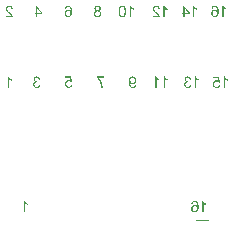
<source format=gbo>
G04*
G04 #@! TF.GenerationSoftware,Altium Limited,Altium Designer,23.8.1 (32)*
G04*
G04 Layer_Color=32896*
%FSLAX44Y44*%
%MOMM*%
G71*
G04*
G04 #@! TF.SameCoordinates,EABBD3BE-967A-4A3B-942A-E4C863628C70*
G04*
G04*
G04 #@! TF.FilePolarity,Positive*
G04*
G01*
G75*
%ADD11C,0.1000*%
G36*
X364566Y185972D02*
X364641Y185860D01*
X364801Y185625D01*
X364969Y185410D01*
X365138Y185213D01*
X365223Y185128D01*
X365298Y185044D01*
X365373Y184978D01*
X365429Y184913D01*
X365476Y184866D01*
X365522Y184828D01*
X365541Y184810D01*
X365551Y184800D01*
X365841Y184566D01*
X366132Y184350D01*
X366422Y184154D01*
X366694Y183994D01*
X366816Y183919D01*
X366928Y183863D01*
X367022Y183807D01*
X367106Y183760D01*
X367181Y183722D01*
X367228Y183694D01*
X367266Y183685D01*
X367275Y183676D01*
Y182542D01*
X367069Y182626D01*
X366853Y182720D01*
X366647Y182823D01*
X366460Y182917D01*
X366291Y183001D01*
X366225Y183038D01*
X366160Y183076D01*
X366113Y183104D01*
X366075Y183123D01*
X366057Y183141D01*
X366047D01*
X365804Y183291D01*
X365579Y183441D01*
X365382Y183582D01*
X365223Y183704D01*
X365091Y183807D01*
X364998Y183891D01*
X364969Y183919D01*
X364941Y183938D01*
X364932Y183957D01*
X364923D01*
Y176449D01*
X363742D01*
Y186094D01*
X364510D01*
X364566Y185972D01*
D02*
G37*
G36*
X360518Y180995D02*
X359412Y180854D01*
X359308Y180995D01*
X359187Y181126D01*
X359074Y181239D01*
X358952Y181342D01*
X358858Y181417D01*
X358774Y181473D01*
X358718Y181511D01*
X358709Y181520D01*
X358699D01*
X358521Y181604D01*
X358343Y181670D01*
X358174Y181717D01*
X358015Y181754D01*
X357874Y181773D01*
X357818D01*
X357762Y181782D01*
X357668D01*
X357500Y181773D01*
X357340Y181754D01*
X357190Y181726D01*
X357040Y181689D01*
X356909Y181642D01*
X356787Y181595D01*
X356675Y181539D01*
X356572Y181492D01*
X356487Y181436D01*
X356403Y181379D01*
X356337Y181332D01*
X356281Y181286D01*
X356234Y181248D01*
X356206Y181220D01*
X356187Y181201D01*
X356178Y181192D01*
X356075Y181079D01*
X355990Y180958D01*
X355915Y180826D01*
X355850Y180695D01*
X355794Y180564D01*
X355747Y180433D01*
X355681Y180180D01*
X355653Y180058D01*
X355634Y179945D01*
X355625Y179852D01*
X355616Y179767D01*
X355606Y179692D01*
Y179645D01*
Y179608D01*
Y179599D01*
X355616Y179402D01*
X355634Y179224D01*
X355662Y179046D01*
X355700Y178886D01*
X355747Y178736D01*
X355794Y178596D01*
X355850Y178465D01*
X355897Y178352D01*
X355953Y178249D01*
X356009Y178155D01*
X356056Y178071D01*
X356103Y178015D01*
X356141Y177958D01*
X356169Y177921D01*
X356187Y177902D01*
X356197Y177893D01*
X356309Y177780D01*
X356431Y177687D01*
X356553Y177602D01*
X356675Y177527D01*
X356796Y177462D01*
X356909Y177415D01*
X357143Y177340D01*
X357246Y177312D01*
X357340Y177293D01*
X357425Y177274D01*
X357500Y177265D01*
X357556Y177255D01*
X357640D01*
X357771Y177265D01*
X357893Y177274D01*
X358128Y177330D01*
X358334Y177396D01*
X358512Y177480D01*
X358662Y177565D01*
X358718Y177602D01*
X358765Y177640D01*
X358802Y177668D01*
X358830Y177687D01*
X358849Y177696D01*
X358858Y177705D01*
X358943Y177799D01*
X359027Y177893D01*
X359168Y178118D01*
X359271Y178343D01*
X359355Y178558D01*
X359421Y178764D01*
X359440Y178849D01*
X359458Y178924D01*
X359468Y178989D01*
X359477Y179036D01*
X359487Y179064D01*
Y179074D01*
X360724Y178971D01*
X360695Y178746D01*
X360649Y178540D01*
X360592Y178343D01*
X360527Y178155D01*
X360452Y177977D01*
X360377Y177818D01*
X360293Y177668D01*
X360208Y177537D01*
X360133Y177424D01*
X360049Y177321D01*
X359983Y177227D01*
X359918Y177152D01*
X359861Y177096D01*
X359824Y177059D01*
X359796Y177031D01*
X359786Y177021D01*
X359627Y176890D01*
X359458Y176777D01*
X359280Y176684D01*
X359102Y176599D01*
X358915Y176524D01*
X358737Y176468D01*
X358568Y176421D01*
X358399Y176384D01*
X358240Y176356D01*
X358099Y176327D01*
X357968Y176309D01*
X357856Y176299D01*
X357762D01*
X357696Y176290D01*
X357640D01*
X357350Y176299D01*
X357068Y176337D01*
X356815Y176393D01*
X356572Y176468D01*
X356347Y176562D01*
X356141Y176656D01*
X355953Y176759D01*
X355775Y176871D01*
X355625Y176984D01*
X355494Y177087D01*
X355381Y177180D01*
X355288Y177274D01*
X355213Y177349D01*
X355166Y177405D01*
X355128Y177443D01*
X355119Y177452D01*
X354988Y177630D01*
X354866Y177818D01*
X354763Y178015D01*
X354678Y178202D01*
X354603Y178389D01*
X354538Y178577D01*
X354491Y178764D01*
X354444Y178933D01*
X354416Y179093D01*
X354388Y179242D01*
X354369Y179374D01*
X354360Y179486D01*
Y179580D01*
X354350Y179645D01*
Y179683D01*
Y179702D01*
X354360Y179955D01*
X354388Y180198D01*
X354435Y180423D01*
X354482Y180639D01*
X354557Y180836D01*
X354622Y181023D01*
X354706Y181192D01*
X354781Y181342D01*
X354866Y181483D01*
X354950Y181604D01*
X355016Y181707D01*
X355081Y181792D01*
X355138Y181857D01*
X355185Y181914D01*
X355213Y181942D01*
X355222Y181951D01*
X355391Y182101D01*
X355559Y182242D01*
X355737Y182354D01*
X355915Y182457D01*
X356094Y182542D01*
X356272Y182607D01*
X356450Y182663D01*
X356609Y182710D01*
X356759Y182748D01*
X356900Y182776D01*
X357031Y182795D01*
X357134Y182813D01*
X357228D01*
X357293Y182823D01*
X357350D01*
X357528Y182813D01*
X357706Y182795D01*
X357874Y182766D01*
X358034Y182729D01*
X358343Y182626D01*
X358484Y182579D01*
X358615Y182523D01*
X358737Y182457D01*
X358840Y182410D01*
X358943Y182354D01*
X359018Y182307D01*
X359084Y182270D01*
X359130Y182242D01*
X359158Y182223D01*
X359168Y182213D01*
X358652Y184810D01*
X354800D01*
Y185935D01*
X359590D01*
X360518Y180995D01*
D02*
G37*
G36*
X363291Y245972D02*
X363366Y245859D01*
X363526Y245625D01*
X363694Y245410D01*
X363863Y245213D01*
X363947Y245128D01*
X364022Y245044D01*
X364097Y244978D01*
X364154Y244913D01*
X364201Y244866D01*
X364247Y244828D01*
X364266Y244810D01*
X364275Y244800D01*
X364566Y244566D01*
X364856Y244350D01*
X365147Y244154D01*
X365419Y243994D01*
X365541Y243919D01*
X365653Y243863D01*
X365747Y243807D01*
X365831Y243760D01*
X365906Y243722D01*
X365953Y243694D01*
X365991Y243685D01*
X366000Y243676D01*
Y242542D01*
X365794Y242626D01*
X365578Y242720D01*
X365372Y242823D01*
X365185Y242916D01*
X365016Y243001D01*
X364950Y243038D01*
X364885Y243076D01*
X364838Y243104D01*
X364800Y243123D01*
X364782Y243141D01*
X364772D01*
X364529Y243291D01*
X364304Y243441D01*
X364107Y243582D01*
X363947Y243704D01*
X363816Y243807D01*
X363722Y243891D01*
X363694Y243919D01*
X363666Y243938D01*
X363657Y243957D01*
X363647D01*
Y236449D01*
X362467D01*
Y246094D01*
X363235D01*
X363291Y245972D01*
D02*
G37*
G36*
X356337Y246084D02*
X356599Y246047D01*
X356843Y245991D01*
X357077Y245925D01*
X357293Y245841D01*
X357490Y245747D01*
X357668Y245644D01*
X357836Y245541D01*
X357977Y245438D01*
X358108Y245335D01*
X358221Y245241D01*
X358305Y245156D01*
X358380Y245091D01*
X358436Y245035D01*
X358464Y244997D01*
X358474Y244988D01*
X358652Y244735D01*
X358811Y244454D01*
X358952Y244144D01*
X359064Y243826D01*
X359167Y243488D01*
X359242Y243151D01*
X359317Y242813D01*
X359364Y242485D01*
X359411Y242176D01*
X359439Y241885D01*
X359467Y241623D01*
X359477Y241501D01*
Y241398D01*
X359486Y241295D01*
Y241201D01*
X359495Y241126D01*
Y241061D01*
Y241004D01*
Y240967D01*
Y240948D01*
Y240939D01*
X359486Y240489D01*
X359458Y240077D01*
X359411Y239683D01*
X359346Y239336D01*
X359280Y239008D01*
X359205Y238717D01*
X359120Y238455D01*
X359027Y238221D01*
X358942Y238015D01*
X358858Y237846D01*
X358783Y237696D01*
X358708Y237574D01*
X358652Y237480D01*
X358605Y237424D01*
X358577Y237377D01*
X358568Y237368D01*
X358390Y237180D01*
X358202Y237012D01*
X358005Y236871D01*
X357799Y236749D01*
X357602Y236637D01*
X357396Y236552D01*
X357209Y236478D01*
X357021Y236421D01*
X356843Y236384D01*
X356684Y236346D01*
X356534Y236327D01*
X356412Y236309D01*
X356309Y236299D01*
X356234Y236290D01*
X356168D01*
X356009Y236299D01*
X355849Y236309D01*
X355559Y236356D01*
X355297Y236421D01*
X355175Y236459D01*
X355072Y236496D01*
X354968Y236534D01*
X354884Y236571D01*
X354809Y236609D01*
X354743Y236637D01*
X354687Y236665D01*
X354650Y236684D01*
X354631Y236702D01*
X354622D01*
X354378Y236871D01*
X354162Y237059D01*
X353984Y237255D01*
X353825Y237452D01*
X353703Y237621D01*
X353656Y237696D01*
X353619Y237761D01*
X353581Y237808D01*
X353563Y237846D01*
X353544Y237874D01*
Y237883D01*
X353413Y238183D01*
X353319Y238474D01*
X353244Y238755D01*
X353197Y239017D01*
X353178Y239139D01*
X353169Y239242D01*
X353159Y239336D01*
Y239421D01*
X353150Y239486D01*
Y239533D01*
Y239561D01*
Y239570D01*
X353159Y239823D01*
X353188Y240058D01*
X353225Y240283D01*
X353281Y240498D01*
X353347Y240695D01*
X353413Y240883D01*
X353488Y241051D01*
X353563Y241201D01*
X353647Y241342D01*
X353722Y241464D01*
X353787Y241567D01*
X353853Y241651D01*
X353909Y241717D01*
X353947Y241773D01*
X353975Y241801D01*
X353984Y241810D01*
X354144Y241960D01*
X354303Y242101D01*
X354472Y242213D01*
X354650Y242317D01*
X354818Y242401D01*
X354978Y242467D01*
X355146Y242523D01*
X355297Y242570D01*
X355437Y242607D01*
X355568Y242635D01*
X355690Y242654D01*
X355793Y242673D01*
X355878D01*
X355934Y242682D01*
X355990D01*
X356243Y242673D01*
X356477Y242635D01*
X356693Y242579D01*
X356890Y242523D01*
X356974Y242495D01*
X357049Y242467D01*
X357115Y242438D01*
X357180Y242410D01*
X357218Y242392D01*
X357255Y242373D01*
X357274Y242363D01*
X357284D01*
X357508Y242232D01*
X357705Y242082D01*
X357883Y241923D01*
X358033Y241764D01*
X358155Y241623D01*
X358211Y241557D01*
X358249Y241501D01*
X358277Y241464D01*
X358305Y241426D01*
X358315Y241407D01*
X358324Y241398D01*
X358315Y241660D01*
X358305Y241904D01*
X358286Y242139D01*
X358268Y242354D01*
X358240Y242551D01*
X358211Y242738D01*
X358183Y242898D01*
X358155Y243048D01*
X358127Y243179D01*
X358099Y243301D01*
X358071Y243394D01*
X358043Y243479D01*
X358024Y243535D01*
X358005Y243582D01*
X357996Y243610D01*
Y243619D01*
X357865Y243901D01*
X357724Y244135D01*
X357574Y244341D01*
X357433Y244510D01*
X357302Y244641D01*
X357209Y244735D01*
X357171Y244772D01*
X357143Y244791D01*
X357124Y244810D01*
X357115D01*
X356946Y244913D01*
X356777Y244997D01*
X356609Y245053D01*
X356459Y245091D01*
X356318Y245110D01*
X356215Y245128D01*
X356121D01*
X355990Y245119D01*
X355868Y245110D01*
X355643Y245053D01*
X355437Y244969D01*
X355268Y244875D01*
X355128Y244782D01*
X355072Y244744D01*
X355025Y244697D01*
X354987Y244669D01*
X354959Y244641D01*
X354950Y244632D01*
X354940Y244622D01*
X354837Y244491D01*
X354743Y244332D01*
X354669Y244163D01*
X354603Y243994D01*
X354556Y243844D01*
X354537Y243779D01*
X354519Y243722D01*
X354509Y243676D01*
X354500Y243638D01*
X354491Y243619D01*
Y243610D01*
X353319Y243704D01*
X353356Y243910D01*
X353403Y244097D01*
X353450Y244275D01*
X353516Y244444D01*
X353591Y244604D01*
X353656Y244744D01*
X353731Y244885D01*
X353806Y244997D01*
X353881Y245100D01*
X353956Y245194D01*
X354022Y245278D01*
X354078Y245344D01*
X354125Y245391D01*
X354162Y245428D01*
X354181Y245447D01*
X354190Y245456D01*
X354331Y245569D01*
X354481Y245663D01*
X354631Y245756D01*
X354790Y245822D01*
X354940Y245888D01*
X355100Y245934D01*
X355390Y246019D01*
X355531Y246038D01*
X355653Y246056D01*
X355765Y246075D01*
X355868Y246084D01*
X355943Y246094D01*
X356056D01*
X356337Y246084D01*
D02*
G37*
G36*
X338291Y245813D02*
X338366Y245700D01*
X338526Y245466D01*
X338694Y245250D01*
X338863Y245053D01*
X338947Y244969D01*
X339022Y244885D01*
X339097Y244819D01*
X339154Y244753D01*
X339201Y244707D01*
X339247Y244669D01*
X339266Y244650D01*
X339275Y244641D01*
X339566Y244407D01*
X339856Y244191D01*
X340147Y243994D01*
X340419Y243835D01*
X340541Y243760D01*
X340653Y243704D01*
X340747Y243647D01*
X340831Y243601D01*
X340906Y243563D01*
X340953Y243535D01*
X340991Y243526D01*
X341000Y243516D01*
Y242382D01*
X340794Y242467D01*
X340578Y242560D01*
X340372Y242663D01*
X340185Y242757D01*
X340016Y242841D01*
X339950Y242879D01*
X339885Y242916D01*
X339838Y242945D01*
X339800Y242963D01*
X339782Y242982D01*
X339772D01*
X339529Y243132D01*
X339304Y243282D01*
X339107Y243423D01*
X338947Y243544D01*
X338816Y243647D01*
X338722Y243732D01*
X338694Y243760D01*
X338666Y243779D01*
X338657Y243797D01*
X338647D01*
Y236290D01*
X337467D01*
Y245934D01*
X338235D01*
X338291Y245813D01*
D02*
G37*
G36*
X334833Y239664D02*
Y238586D01*
X330662D01*
Y236290D01*
X329481D01*
Y238586D01*
X328188D01*
Y239664D01*
X329481D01*
Y245897D01*
X330447D01*
X334833Y239664D01*
D02*
G37*
G36*
X232157Y246084D02*
X232419Y246047D01*
X232663Y245991D01*
X232897Y245925D01*
X233113Y245841D01*
X233309Y245747D01*
X233487Y245644D01*
X233656Y245541D01*
X233797Y245438D01*
X233928Y245335D01*
X234040Y245241D01*
X234125Y245156D01*
X234200Y245091D01*
X234256Y245035D01*
X234284Y244997D01*
X234293Y244988D01*
X234471Y244735D01*
X234631Y244454D01*
X234771Y244144D01*
X234884Y243826D01*
X234987Y243488D01*
X235062Y243151D01*
X235137Y242813D01*
X235184Y242485D01*
X235231Y242176D01*
X235259Y241885D01*
X235287Y241623D01*
X235296Y241501D01*
Y241398D01*
X235306Y241295D01*
Y241201D01*
X235315Y241126D01*
Y241061D01*
Y241004D01*
Y240967D01*
Y240948D01*
Y240939D01*
X235306Y240489D01*
X235278Y240077D01*
X235231Y239683D01*
X235165Y239336D01*
X235100Y239008D01*
X235025Y238717D01*
X234940Y238455D01*
X234846Y238221D01*
X234762Y238015D01*
X234678Y237846D01*
X234603Y237696D01*
X234528Y237574D01*
X234471Y237480D01*
X234425Y237424D01*
X234397Y237377D01*
X234387Y237368D01*
X234209Y237180D01*
X234022Y237012D01*
X233825Y236871D01*
X233619Y236749D01*
X233422Y236637D01*
X233216Y236552D01*
X233028Y236478D01*
X232841Y236421D01*
X232663Y236384D01*
X232503Y236346D01*
X232353Y236327D01*
X232232Y236309D01*
X232128Y236299D01*
X232053Y236290D01*
X231988D01*
X231828Y236299D01*
X231669Y236309D01*
X231379Y236356D01*
X231116Y236421D01*
X230994Y236459D01*
X230891Y236496D01*
X230788Y236534D01*
X230704Y236571D01*
X230629Y236609D01*
X230563Y236637D01*
X230507Y236665D01*
X230469Y236684D01*
X230451Y236702D01*
X230441D01*
X230198Y236871D01*
X229982Y237059D01*
X229804Y237255D01*
X229645Y237452D01*
X229523Y237621D01*
X229476Y237696D01*
X229438Y237761D01*
X229401Y237808D01*
X229382Y237846D01*
X229363Y237874D01*
Y237883D01*
X229232Y238183D01*
X229139Y238474D01*
X229063Y238755D01*
X229017Y239017D01*
X228998Y239139D01*
X228989Y239242D01*
X228979Y239336D01*
Y239421D01*
X228970Y239486D01*
Y239533D01*
Y239561D01*
Y239570D01*
X228979Y239823D01*
X229007Y240058D01*
X229045Y240283D01*
X229101Y240498D01*
X229167Y240695D01*
X229232Y240883D01*
X229307Y241051D01*
X229382Y241201D01*
X229467Y241342D01*
X229542Y241464D01*
X229607Y241567D01*
X229673Y241651D01*
X229729Y241717D01*
X229767Y241773D01*
X229795Y241801D01*
X229804Y241810D01*
X229963Y241960D01*
X230123Y242101D01*
X230291Y242213D01*
X230469Y242317D01*
X230638Y242401D01*
X230798Y242467D01*
X230966Y242523D01*
X231116Y242570D01*
X231257Y242607D01*
X231388Y242635D01*
X231510Y242654D01*
X231613Y242673D01*
X231697D01*
X231754Y242682D01*
X231810D01*
X232063Y242673D01*
X232297Y242635D01*
X232513Y242579D01*
X232710Y242523D01*
X232794Y242495D01*
X232869Y242467D01*
X232934Y242438D01*
X233000Y242410D01*
X233037Y242392D01*
X233075Y242373D01*
X233094Y242363D01*
X233103D01*
X233328Y242232D01*
X233525Y242082D01*
X233703Y241923D01*
X233853Y241764D01*
X233975Y241623D01*
X234031Y241557D01*
X234069Y241501D01*
X234097Y241464D01*
X234125Y241426D01*
X234134Y241407D01*
X234144Y241398D01*
X234134Y241660D01*
X234125Y241904D01*
X234106Y242139D01*
X234087Y242354D01*
X234059Y242551D01*
X234031Y242738D01*
X234003Y242898D01*
X233975Y243048D01*
X233947Y243179D01*
X233919Y243301D01*
X233890Y243394D01*
X233862Y243479D01*
X233844Y243535D01*
X233825Y243582D01*
X233815Y243610D01*
Y243619D01*
X233684Y243901D01*
X233544Y244135D01*
X233394Y244341D01*
X233253Y244510D01*
X233122Y244641D01*
X233028Y244735D01*
X232991Y244772D01*
X232963Y244791D01*
X232944Y244810D01*
X232934D01*
X232766Y244913D01*
X232597Y244997D01*
X232428Y245053D01*
X232278Y245091D01*
X232138Y245110D01*
X232035Y245128D01*
X231941D01*
X231810Y245119D01*
X231688Y245110D01*
X231463Y245053D01*
X231257Y244969D01*
X231088Y244875D01*
X230947Y244782D01*
X230891Y244744D01*
X230844Y244697D01*
X230807Y244669D01*
X230779Y244641D01*
X230769Y244632D01*
X230760Y244622D01*
X230657Y244491D01*
X230563Y244332D01*
X230488Y244163D01*
X230423Y243994D01*
X230376Y243844D01*
X230357Y243779D01*
X230338Y243722D01*
X230329Y243676D01*
X230319Y243638D01*
X230310Y243619D01*
Y243610D01*
X229139Y243704D01*
X229176Y243910D01*
X229223Y244097D01*
X229270Y244275D01*
X229335Y244444D01*
X229410Y244604D01*
X229476Y244744D01*
X229551Y244885D01*
X229626Y244997D01*
X229701Y245100D01*
X229776Y245194D01*
X229841Y245278D01*
X229898Y245344D01*
X229945Y245391D01*
X229982Y245428D01*
X230001Y245447D01*
X230010Y245456D01*
X230151Y245569D01*
X230301Y245663D01*
X230451Y245756D01*
X230610Y245822D01*
X230760Y245888D01*
X230919Y245934D01*
X231210Y246019D01*
X231350Y246038D01*
X231472Y246056D01*
X231585Y246075D01*
X231688Y246084D01*
X231763Y246094D01*
X231875D01*
X232157Y246084D01*
D02*
G37*
G36*
X182279Y245925D02*
X182513Y245906D01*
X182738Y245869D01*
X182944Y245822D01*
X183141Y245766D01*
X183319Y245709D01*
X183478Y245644D01*
X183628Y245578D01*
X183760Y245513D01*
X183881Y245447D01*
X183975Y245391D01*
X184060Y245335D01*
X184125Y245288D01*
X184172Y245250D01*
X184200Y245231D01*
X184209Y245222D01*
X184350Y245082D01*
X184481Y244932D01*
X184594Y244772D01*
X184697Y244604D01*
X184781Y244425D01*
X184856Y244257D01*
X184922Y244088D01*
X184978Y243929D01*
X185016Y243769D01*
X185053Y243629D01*
X185081Y243498D01*
X185109Y243385D01*
X185119Y243291D01*
X185128Y243216D01*
X185137Y243179D01*
Y243160D01*
X183928Y243038D01*
X183919Y243207D01*
X183910Y243357D01*
X183881Y243507D01*
X183853Y243638D01*
X183806Y243760D01*
X183769Y243882D01*
X183722Y243985D01*
X183675Y244079D01*
X183628Y244163D01*
X183582Y244238D01*
X183535Y244304D01*
X183497Y244350D01*
X183469Y244388D01*
X183441Y244425D01*
X183432Y244435D01*
X183422Y244444D01*
X183319Y244538D01*
X183216Y244613D01*
X183104Y244688D01*
X182991Y244744D01*
X182766Y244838D01*
X182541Y244894D01*
X182447Y244913D01*
X182354Y244932D01*
X182269Y244941D01*
X182194Y244950D01*
X182138Y244960D01*
X182054D01*
X181904Y244950D01*
X181763Y244941D01*
X181510Y244885D01*
X181285Y244810D01*
X181182Y244763D01*
X181098Y244716D01*
X181014Y244669D01*
X180948Y244622D01*
X180882Y244585D01*
X180835Y244547D01*
X180798Y244519D01*
X180760Y244491D01*
X180751Y244482D01*
X180742Y244472D01*
X180648Y244379D01*
X180573Y244285D01*
X180507Y244182D01*
X180451Y244088D01*
X180357Y243891D01*
X180301Y243704D01*
X180264Y243535D01*
X180254Y243469D01*
X180245Y243413D01*
X180236Y243357D01*
Y243319D01*
Y243301D01*
Y243291D01*
X180245Y243169D01*
X180264Y243038D01*
X180292Y242916D01*
X180320Y242785D01*
X180414Y242551D01*
X180517Y242335D01*
X180573Y242242D01*
X180620Y242148D01*
X180667Y242073D01*
X180714Y242007D01*
X180742Y241951D01*
X180770Y241914D01*
X180788Y241885D01*
X180798Y241876D01*
X180910Y241726D01*
X181051Y241576D01*
X181201Y241407D01*
X181360Y241239D01*
X181707Y240901D01*
X182063Y240573D01*
X182232Y240423D01*
X182391Y240283D01*
X182532Y240152D01*
X182663Y240048D01*
X182766Y239955D01*
X182850Y239889D01*
X182897Y239852D01*
X182916Y239833D01*
X183094Y239683D01*
X183272Y239533D01*
X183432Y239392D01*
X183582Y239261D01*
X183713Y239130D01*
X183844Y239008D01*
X183957Y238896D01*
X184060Y238802D01*
X184153Y238708D01*
X184228Y238624D01*
X184294Y238549D01*
X184350Y238493D01*
X184397Y238446D01*
X184425Y238408D01*
X184444Y238389D01*
X184453Y238380D01*
X184641Y238146D01*
X184800Y237921D01*
X184931Y237705D01*
X185044Y237508D01*
X185128Y237340D01*
X185156Y237274D01*
X185184Y237218D01*
X185203Y237171D01*
X185222Y237134D01*
X185231Y237115D01*
Y237105D01*
X185278Y236956D01*
X185315Y236815D01*
X185334Y236674D01*
X185353Y236552D01*
X185362Y236440D01*
Y236365D01*
Y236309D01*
Y236299D01*
Y236290D01*
X179017D01*
Y237424D01*
X183731D01*
X183657Y237546D01*
X183572Y237658D01*
X183488Y237761D01*
X183413Y237865D01*
X183338Y237940D01*
X183282Y238005D01*
X183244Y238052D01*
X183235Y238061D01*
X183169Y238127D01*
X183085Y238202D01*
X182991Y238296D01*
X182888Y238389D01*
X182663Y238586D01*
X182438Y238783D01*
X182213Y238971D01*
X182119Y239055D01*
X182035Y239130D01*
X181970Y239186D01*
X181913Y239233D01*
X181876Y239261D01*
X181866Y239270D01*
X181641Y239467D01*
X181426Y239645D01*
X181229Y239823D01*
X181051Y239983D01*
X180882Y240133D01*
X180742Y240273D01*
X180601Y240405D01*
X180489Y240517D01*
X180385Y240620D01*
X180292Y240704D01*
X180226Y240779D01*
X180161Y240845D01*
X180114Y240892D01*
X180086Y240929D01*
X180067Y240948D01*
X180058Y240958D01*
X179861Y241182D01*
X179701Y241398D01*
X179561Y241604D01*
X179458Y241773D01*
X179373Y241923D01*
X179345Y241979D01*
X179317Y242035D01*
X179298Y242073D01*
X179279Y242101D01*
X179270Y242120D01*
Y242129D01*
X179186Y242335D01*
X179130Y242542D01*
X179083Y242738D01*
X179055Y242907D01*
X179036Y243057D01*
Y243113D01*
X179027Y243169D01*
Y243207D01*
Y243235D01*
Y243254D01*
Y243263D01*
X179036Y243469D01*
X179064Y243666D01*
X179101Y243863D01*
X179148Y244041D01*
X179214Y244210D01*
X179279Y244360D01*
X179354Y244510D01*
X179429Y244641D01*
X179505Y244763D01*
X179579Y244866D01*
X179645Y244950D01*
X179711Y245025D01*
X179757Y245091D01*
X179795Y245128D01*
X179823Y245156D01*
X179832Y245166D01*
X179992Y245297D01*
X180161Y245419D01*
X180329Y245522D01*
X180517Y245606D01*
X180695Y245681D01*
X180882Y245747D01*
X181060Y245794D01*
X181229Y245841D01*
X181398Y245869D01*
X181548Y245897D01*
X181679Y245916D01*
X181791Y245925D01*
X181894D01*
X181960Y245934D01*
X182026D01*
X182279Y245925D01*
D02*
G37*
G36*
X210193Y239664D02*
Y238586D01*
X206023D01*
Y236290D01*
X204842D01*
Y238586D01*
X203548D01*
Y239664D01*
X204842D01*
Y245897D01*
X205807D01*
X210193Y239664D01*
D02*
G37*
G36*
X306744Y245925D02*
X306978Y245906D01*
X307203Y245869D01*
X307409Y245822D01*
X307606Y245766D01*
X307784Y245709D01*
X307943Y245644D01*
X308093Y245578D01*
X308224Y245513D01*
X308346Y245447D01*
X308440Y245391D01*
X308524Y245335D01*
X308590Y245288D01*
X308637Y245250D01*
X308665Y245231D01*
X308674Y245222D01*
X308815Y245082D01*
X308946Y244932D01*
X309058Y244772D01*
X309162Y244604D01*
X309246Y244425D01*
X309321Y244257D01*
X309387Y244088D01*
X309443Y243929D01*
X309480Y243769D01*
X309518Y243629D01*
X309546Y243498D01*
X309574Y243385D01*
X309583Y243291D01*
X309593Y243216D01*
X309602Y243179D01*
Y243160D01*
X308393Y243038D01*
X308384Y243207D01*
X308374Y243357D01*
X308346Y243507D01*
X308318Y243638D01*
X308271Y243760D01*
X308234Y243882D01*
X308187Y243985D01*
X308140Y244079D01*
X308093Y244163D01*
X308046Y244238D01*
X307999Y244304D01*
X307962Y244350D01*
X307934Y244388D01*
X307906Y244425D01*
X307896Y244435D01*
X307887Y244444D01*
X307784Y244538D01*
X307681Y244613D01*
X307568Y244688D01*
X307456Y244744D01*
X307231Y244838D01*
X307006Y244894D01*
X306912Y244913D01*
X306819Y244932D01*
X306734Y244941D01*
X306659Y244950D01*
X306603Y244960D01*
X306519D01*
X306369Y244950D01*
X306228Y244941D01*
X305975Y244885D01*
X305750Y244810D01*
X305647Y244763D01*
X305563Y244716D01*
X305478Y244669D01*
X305413Y244622D01*
X305347Y244585D01*
X305300Y244547D01*
X305263Y244519D01*
X305225Y244491D01*
X305216Y244482D01*
X305206Y244472D01*
X305113Y244379D01*
X305038Y244285D01*
X304972Y244182D01*
X304916Y244088D01*
X304822Y243891D01*
X304766Y243704D01*
X304728Y243535D01*
X304719Y243469D01*
X304710Y243413D01*
X304700Y243357D01*
Y243319D01*
Y243301D01*
Y243291D01*
X304710Y243169D01*
X304728Y243038D01*
X304757Y242916D01*
X304785Y242785D01*
X304878Y242551D01*
X304981Y242335D01*
X305038Y242242D01*
X305085Y242148D01*
X305131Y242073D01*
X305178Y242007D01*
X305206Y241951D01*
X305235Y241914D01*
X305253Y241885D01*
X305263Y241876D01*
X305375Y241726D01*
X305516Y241576D01*
X305666Y241407D01*
X305825Y241239D01*
X306172Y240901D01*
X306528Y240573D01*
X306697Y240423D01*
X306856Y240283D01*
X306997Y240152D01*
X307128Y240048D01*
X307231Y239955D01*
X307315Y239889D01*
X307362Y239852D01*
X307381Y239833D01*
X307559Y239683D01*
X307737Y239533D01*
X307896Y239392D01*
X308046Y239261D01*
X308178Y239130D01*
X308309Y239008D01*
X308421Y238896D01*
X308524Y238802D01*
X308618Y238708D01*
X308693Y238624D01*
X308759Y238549D01*
X308815Y238493D01*
X308862Y238446D01*
X308890Y238408D01*
X308909Y238389D01*
X308918Y238380D01*
X309105Y238146D01*
X309265Y237921D01*
X309396Y237705D01*
X309508Y237508D01*
X309593Y237340D01*
X309621Y237274D01*
X309649Y237218D01*
X309668Y237171D01*
X309687Y237134D01*
X309696Y237115D01*
Y237105D01*
X309743Y236956D01*
X309780Y236815D01*
X309799Y236674D01*
X309818Y236552D01*
X309827Y236440D01*
Y236365D01*
Y236309D01*
Y236299D01*
Y236290D01*
X303482D01*
Y237424D01*
X308196D01*
X308121Y237546D01*
X308037Y237658D01*
X307953Y237761D01*
X307878Y237865D01*
X307803Y237940D01*
X307746Y238005D01*
X307709Y238052D01*
X307700Y238061D01*
X307634Y238127D01*
X307549Y238202D01*
X307456Y238296D01*
X307353Y238389D01*
X307128Y238586D01*
X306903Y238783D01*
X306678Y238971D01*
X306584Y239055D01*
X306500Y239130D01*
X306434Y239186D01*
X306378Y239233D01*
X306341Y239261D01*
X306331Y239270D01*
X306106Y239467D01*
X305891Y239645D01*
X305694Y239823D01*
X305516Y239983D01*
X305347Y240133D01*
X305206Y240273D01*
X305066Y240405D01*
X304953Y240517D01*
X304850Y240620D01*
X304757Y240704D01*
X304691Y240779D01*
X304625Y240845D01*
X304578Y240892D01*
X304550Y240929D01*
X304532Y240948D01*
X304522Y240958D01*
X304325Y241182D01*
X304166Y241398D01*
X304025Y241604D01*
X303922Y241773D01*
X303838Y241923D01*
X303810Y241979D01*
X303782Y242035D01*
X303763Y242073D01*
X303744Y242101D01*
X303735Y242120D01*
Y242129D01*
X303650Y242335D01*
X303594Y242542D01*
X303547Y242738D01*
X303519Y242907D01*
X303501Y243057D01*
Y243113D01*
X303491Y243169D01*
Y243207D01*
Y243235D01*
Y243254D01*
Y243263D01*
X303501Y243469D01*
X303529Y243666D01*
X303566Y243863D01*
X303613Y244041D01*
X303679Y244210D01*
X303744Y244360D01*
X303819Y244510D01*
X303894Y244641D01*
X303969Y244763D01*
X304044Y244866D01*
X304110Y244950D01*
X304175Y245025D01*
X304222Y245091D01*
X304260Y245128D01*
X304288Y245156D01*
X304297Y245166D01*
X304457Y245297D01*
X304625Y245419D01*
X304794Y245522D01*
X304981Y245606D01*
X305159Y245681D01*
X305347Y245747D01*
X305525Y245794D01*
X305694Y245841D01*
X305863Y245869D01*
X306012Y245897D01*
X306144Y245916D01*
X306256Y245925D01*
X306359D01*
X306425Y245934D01*
X306490D01*
X306744Y245925D01*
D02*
G37*
G36*
X313520Y245813D02*
X313595Y245700D01*
X313754Y245466D01*
X313923Y245250D01*
X314092Y245053D01*
X314176Y244969D01*
X314251Y244885D01*
X314326Y244819D01*
X314382Y244753D01*
X314429Y244707D01*
X314476Y244669D01*
X314495Y244650D01*
X314504Y244641D01*
X314795Y244407D01*
X315085Y244191D01*
X315376Y243994D01*
X315648Y243835D01*
X315769Y243760D01*
X315882Y243704D01*
X315975Y243647D01*
X316060Y243601D01*
X316135Y243563D01*
X316182Y243535D01*
X316219Y243526D01*
X316229Y243516D01*
Y242382D01*
X316022Y242467D01*
X315807Y242560D01*
X315601Y242663D01*
X315413Y242757D01*
X315245Y242841D01*
X315179Y242879D01*
X315113Y242916D01*
X315066Y242945D01*
X315029Y242963D01*
X315010Y242982D01*
X315001D01*
X314757Y243132D01*
X314532Y243282D01*
X314335Y243423D01*
X314176Y243544D01*
X314045Y243647D01*
X313951Y243732D01*
X313923Y243760D01*
X313895Y243779D01*
X313885Y243797D01*
X313876D01*
Y236290D01*
X312695D01*
Y245934D01*
X313464D01*
X313520Y245813D01*
D02*
G37*
G36*
X284827Y245972D02*
X284902Y245859D01*
X285062Y245625D01*
X285230Y245410D01*
X285399Y245213D01*
X285483Y245128D01*
X285558Y245044D01*
X285633Y244978D01*
X285690Y244913D01*
X285736Y244866D01*
X285783Y244828D01*
X285802Y244810D01*
X285811Y244800D01*
X286102Y244566D01*
X286392Y244350D01*
X286683Y244154D01*
X286955Y243994D01*
X287077Y243919D01*
X287189Y243863D01*
X287283Y243807D01*
X287367Y243760D01*
X287442Y243722D01*
X287489Y243694D01*
X287527Y243685D01*
X287536Y243676D01*
Y242542D01*
X287330Y242626D01*
X287114Y242720D01*
X286908Y242823D01*
X286721Y242916D01*
X286552Y243001D01*
X286486Y243038D01*
X286421Y243076D01*
X286374Y243104D01*
X286336Y243123D01*
X286318Y243141D01*
X286308D01*
X286064Y243291D01*
X285840Y243441D01*
X285643Y243582D01*
X285483Y243704D01*
X285352Y243807D01*
X285258Y243891D01*
X285230Y243919D01*
X285202Y243938D01*
X285193Y243957D01*
X285184D01*
Y236449D01*
X284002D01*
Y246094D01*
X284771D01*
X284827Y245972D01*
D02*
G37*
G36*
X278051Y246084D02*
X278229Y246066D01*
X278407Y246038D01*
X278566Y246009D01*
X278726Y245963D01*
X278866Y245916D01*
X278997Y245869D01*
X279119Y245813D01*
X279223Y245756D01*
X279326Y245709D01*
X279401Y245663D01*
X279475Y245616D01*
X279522Y245588D01*
X279569Y245560D01*
X279588Y245541D01*
X279597Y245531D01*
X279719Y245419D01*
X279841Y245297D01*
X280057Y245044D01*
X280235Y244782D01*
X280375Y244519D01*
X280441Y244397D01*
X280488Y244285D01*
X280535Y244191D01*
X280572Y244097D01*
X280600Y244032D01*
X280619Y243976D01*
X280638Y243938D01*
Y243929D01*
X280694Y243722D01*
X280750Y243516D01*
X280835Y243057D01*
X280900Y242607D01*
X280919Y242382D01*
X280938Y242167D01*
X280956Y241960D01*
X280966Y241773D01*
X280975Y241614D01*
Y241464D01*
X280984Y241351D01*
Y241257D01*
Y241201D01*
Y241192D01*
Y241182D01*
X280975Y240695D01*
X280947Y240236D01*
X280900Y239823D01*
X280835Y239430D01*
X280769Y239083D01*
X280685Y238764D01*
X280600Y238474D01*
X280506Y238221D01*
X280422Y237996D01*
X280338Y237799D01*
X280254Y237640D01*
X280188Y237508D01*
X280122Y237405D01*
X280075Y237330D01*
X280047Y237293D01*
X280038Y237274D01*
X279888Y237105D01*
X279719Y236946D01*
X279541Y236815D01*
X279363Y236702D01*
X279185Y236609D01*
X278997Y236534D01*
X278820Y236468D01*
X278651Y236412D01*
X278491Y236374D01*
X278342Y236346D01*
X278201Y236318D01*
X278088Y236309D01*
X277985Y236299D01*
X277920Y236290D01*
X277854D01*
X277657Y236299D01*
X277479Y236318D01*
X277301Y236346D01*
X277142Y236374D01*
X276982Y236421D01*
X276842Y236468D01*
X276711Y236515D01*
X276589Y236571D01*
X276486Y236627D01*
X276392Y236674D01*
X276308Y236721D01*
X276242Y236768D01*
X276186Y236796D01*
X276148Y236824D01*
X276129Y236843D01*
X276120Y236852D01*
X275998Y236965D01*
X275877Y237087D01*
X275661Y237340D01*
X275483Y237612D01*
X275342Y237865D01*
X275277Y237986D01*
X275230Y238099D01*
X275183Y238193D01*
X275145Y238286D01*
X275117Y238352D01*
X275098Y238408D01*
X275080Y238446D01*
Y238455D01*
X275014Y238661D01*
X274958Y238867D01*
X274874Y239317D01*
X274808Y239777D01*
X274789Y239992D01*
X274771Y240208D01*
X274752Y240414D01*
X274742Y240592D01*
X274733Y240761D01*
Y240901D01*
X274724Y241023D01*
Y241108D01*
Y241164D01*
Y241182D01*
Y241445D01*
X274733Y241689D01*
X274742Y241923D01*
X274761Y242139D01*
X274780Y242345D01*
X274799Y242523D01*
X274817Y242701D01*
X274836Y242851D01*
X274855Y242991D01*
X274874Y243113D01*
X274892Y243216D01*
X274911Y243301D01*
X274930Y243366D01*
X274939Y243413D01*
X274949Y243441D01*
Y243451D01*
X275033Y243751D01*
X275136Y244032D01*
X275230Y244275D01*
X275277Y244379D01*
X275324Y244482D01*
X275370Y244566D01*
X275408Y244650D01*
X275445Y244716D01*
X275473Y244772D01*
X275502Y244819D01*
X275520Y244847D01*
X275539Y244866D01*
Y244875D01*
X275689Y245082D01*
X275848Y245269D01*
X276008Y245419D01*
X276158Y245550D01*
X276298Y245644D01*
X276401Y245719D01*
X276448Y245747D01*
X276476Y245756D01*
X276495Y245775D01*
X276504D01*
X276729Y245878D01*
X276964Y245963D01*
X277189Y246019D01*
X277395Y246056D01*
X277488Y246066D01*
X277582Y246075D01*
X277657Y246084D01*
X277723Y246094D01*
X277854D01*
X278051Y246084D01*
D02*
G37*
G36*
X257222D02*
X257447Y246066D01*
X257644Y246028D01*
X257840Y245981D01*
X258019Y245925D01*
X258187Y245869D01*
X258337Y245803D01*
X258468Y245738D01*
X258590Y245663D01*
X258703Y245597D01*
X258787Y245541D01*
X258862Y245485D01*
X258928Y245438D01*
X258965Y245400D01*
X258993Y245381D01*
X259003Y245372D01*
X259134Y245231D01*
X259246Y245091D01*
X259349Y244941D01*
X259434Y244800D01*
X259509Y244650D01*
X259565Y244500D01*
X259621Y244360D01*
X259659Y244229D01*
X259687Y244097D01*
X259715Y243976D01*
X259734Y243872D01*
X259743Y243788D01*
Y243713D01*
X259753Y243657D01*
Y243619D01*
Y243610D01*
X259734Y243357D01*
X259696Y243132D01*
X259640Y242926D01*
X259574Y242757D01*
X259518Y242617D01*
X259490Y242560D01*
X259462Y242504D01*
X259434Y242467D01*
X259424Y242438D01*
X259406Y242429D01*
Y242420D01*
X259256Y242242D01*
X259087Y242092D01*
X258900Y241960D01*
X258722Y241848D01*
X258562Y241764D01*
X258487Y241726D01*
X258431Y241698D01*
X258384Y241679D01*
X258337Y241660D01*
X258319Y241651D01*
X258309D01*
X258468Y241604D01*
X258618Y241548D01*
X258759Y241492D01*
X258890Y241426D01*
X259012Y241351D01*
X259125Y241276D01*
X259228Y241211D01*
X259321Y241136D01*
X259396Y241070D01*
X259471Y241004D01*
X259528Y240948D01*
X259584Y240892D01*
X259621Y240845D01*
X259649Y240817D01*
X259659Y240798D01*
X259668Y240789D01*
X259753Y240667D01*
X259818Y240545D01*
X259884Y240414D01*
X259940Y240283D01*
X260024Y240020D01*
X260081Y239767D01*
X260099Y239655D01*
X260109Y239552D01*
X260118Y239458D01*
X260127Y239383D01*
X260137Y239317D01*
Y239261D01*
Y239233D01*
Y239224D01*
X260127Y238989D01*
X260099Y238774D01*
X260052Y238568D01*
X260006Y238371D01*
X259940Y238183D01*
X259865Y238005D01*
X259790Y237846D01*
X259706Y237705D01*
X259621Y237574D01*
X259546Y237462D01*
X259471Y237358D01*
X259406Y237274D01*
X259349Y237208D01*
X259312Y237162D01*
X259284Y237134D01*
X259275Y237124D01*
X259106Y236974D01*
X258928Y236852D01*
X258740Y236740D01*
X258543Y236646D01*
X258356Y236562D01*
X258169Y236496D01*
X257981Y236440D01*
X257803Y236393D01*
X257634Y236356D01*
X257475Y236337D01*
X257334Y236318D01*
X257213Y236299D01*
X257119D01*
X257044Y236290D01*
X256978D01*
X256716Y236299D01*
X256472Y236327D01*
X256238Y236365D01*
X256022Y236421D01*
X255816Y236487D01*
X255629Y236552D01*
X255450Y236627D01*
X255291Y236712D01*
X255160Y236787D01*
X255029Y236862D01*
X254926Y236927D01*
X254841Y236993D01*
X254776Y237049D01*
X254719Y237087D01*
X254691Y237115D01*
X254682Y237124D01*
X254532Y237283D01*
X254391Y237452D01*
X254279Y237621D01*
X254176Y237799D01*
X254091Y237977D01*
X254026Y238146D01*
X253970Y238314D01*
X253923Y238474D01*
X253885Y238624D01*
X253857Y238764D01*
X253838Y238886D01*
X253820Y238989D01*
Y239074D01*
X253810Y239139D01*
Y239186D01*
Y239195D01*
X253820Y239364D01*
X253829Y239514D01*
X253885Y239814D01*
X253960Y240067D01*
X253998Y240189D01*
X254045Y240292D01*
X254091Y240386D01*
X254129Y240480D01*
X254166Y240545D01*
X254204Y240611D01*
X254232Y240658D01*
X254260Y240695D01*
X254270Y240714D01*
X254279Y240723D01*
X254373Y240836D01*
X254466Y240948D01*
X254682Y241136D01*
X254907Y241295D01*
X255123Y241426D01*
X255319Y241529D01*
X255404Y241567D01*
X255479Y241595D01*
X255535Y241623D01*
X255582Y241642D01*
X255610Y241651D01*
X255619D01*
X255366Y241764D01*
X255151Y241885D01*
X254972Y242007D01*
X254823Y242129D01*
X254710Y242242D01*
X254626Y242326D01*
X254579Y242392D01*
X254560Y242401D01*
Y242410D01*
X254438Y242607D01*
X254354Y242804D01*
X254288Y243001D01*
X254251Y243179D01*
X254223Y243338D01*
X254213Y243413D01*
Y243469D01*
X254204Y243516D01*
Y243554D01*
Y243573D01*
Y243582D01*
X254213Y243779D01*
X254232Y243957D01*
X254279Y244135D01*
X254326Y244304D01*
X254382Y244463D01*
X254448Y244604D01*
X254513Y244744D01*
X254588Y244866D01*
X254663Y244978D01*
X254729Y245072D01*
X254794Y245166D01*
X254851Y245231D01*
X254897Y245288D01*
X254935Y245325D01*
X254963Y245353D01*
X254972Y245363D01*
X255123Y245494D01*
X255282Y245606D01*
X255441Y245700D01*
X255610Y245784D01*
X255779Y245859D01*
X255947Y245916D01*
X256116Y245963D01*
X256275Y246000D01*
X256425Y246028D01*
X256556Y246056D01*
X256678Y246075D01*
X256791Y246084D01*
X256875Y246094D01*
X256997D01*
X257222Y246084D01*
D02*
G37*
G36*
X286845Y186084D02*
X287079Y186056D01*
X287294Y186009D01*
X287501Y185953D01*
X287688Y185888D01*
X287866Y185813D01*
X288035Y185728D01*
X288185Y185653D01*
X288316Y185569D01*
X288438Y185485D01*
X288532Y185410D01*
X288616Y185344D01*
X288691Y185288D01*
X288738Y185241D01*
X288766Y185213D01*
X288775Y185203D01*
X288925Y185035D01*
X289056Y184847D01*
X289169Y184660D01*
X289272Y184463D01*
X289347Y184266D01*
X289422Y184069D01*
X289478Y183873D01*
X289525Y183694D01*
X289553Y183516D01*
X289581Y183357D01*
X289600Y183216D01*
X289619Y183095D01*
Y182992D01*
X289628Y182917D01*
Y182870D01*
Y182851D01*
X289619Y182588D01*
X289591Y182345D01*
X289553Y182120D01*
X289497Y181895D01*
X289441Y181698D01*
X289366Y181511D01*
X289291Y181332D01*
X289216Y181182D01*
X289141Y181042D01*
X289066Y180920D01*
X288991Y180817D01*
X288935Y180733D01*
X288878Y180667D01*
X288841Y180611D01*
X288813Y180583D01*
X288803Y180573D01*
X288644Y180423D01*
X288475Y180292D01*
X288307Y180170D01*
X288138Y180077D01*
X287969Y179992D01*
X287801Y179917D01*
X287641Y179861D01*
X287482Y179823D01*
X287341Y179786D01*
X287210Y179758D01*
X287088Y179739D01*
X286985Y179720D01*
X286901D01*
X286845Y179711D01*
X286788D01*
X286526Y179730D01*
X286282Y179767D01*
X286057Y179823D01*
X285860Y179889D01*
X285776Y179917D01*
X285701Y179945D01*
X285626Y179974D01*
X285570Y180002D01*
X285523Y180030D01*
X285495Y180039D01*
X285476Y180058D01*
X285467D01*
X285251Y180198D01*
X285054Y180348D01*
X284886Y180498D01*
X284745Y180639D01*
X284633Y180770D01*
X284558Y180873D01*
X284529Y180911D01*
X284511Y180939D01*
X284492Y180958D01*
Y180864D01*
Y180798D01*
Y180751D01*
Y180733D01*
X284501Y180461D01*
X284520Y180198D01*
X284548Y179955D01*
X284576Y179739D01*
X284595Y179636D01*
X284614Y179552D01*
X284633Y179477D01*
X284642Y179411D01*
X284651Y179364D01*
X284661Y179317D01*
X284670Y179299D01*
Y179289D01*
X284736Y179036D01*
X284811Y178821D01*
X284886Y178624D01*
X284961Y178465D01*
X285017Y178333D01*
X285064Y178239D01*
X285082Y178211D01*
X285101Y178183D01*
X285111Y178174D01*
Y178165D01*
X285214Y178015D01*
X285317Y177883D01*
X285429Y177771D01*
X285542Y177677D01*
X285636Y177602D01*
X285711Y177546D01*
X285757Y177509D01*
X285767Y177499D01*
X285776D01*
X285935Y177415D01*
X286095Y177358D01*
X286264Y177312D01*
X286404Y177283D01*
X286535Y177265D01*
X286638Y177255D01*
X286732D01*
X286957Y177274D01*
X287163Y177312D01*
X287341Y177368D01*
X287491Y177433D01*
X287613Y177499D01*
X287698Y177555D01*
X287754Y177593D01*
X287763Y177612D01*
X287772D01*
X287847Y177687D01*
X287913Y177771D01*
X288025Y177949D01*
X288119Y178146D01*
X288194Y178333D01*
X288251Y178511D01*
X288269Y178586D01*
X288288Y178652D01*
X288297Y178708D01*
X288307Y178746D01*
X288316Y178774D01*
Y178783D01*
X289450Y178680D01*
X289413Y178474D01*
X289375Y178277D01*
X289319Y178090D01*
X289253Y177921D01*
X289188Y177761D01*
X289122Y177621D01*
X289047Y177480D01*
X288972Y177368D01*
X288897Y177255D01*
X288832Y177171D01*
X288766Y177087D01*
X288710Y177021D01*
X288663Y176974D01*
X288625Y176937D01*
X288607Y176918D01*
X288597Y176909D01*
X288457Y176796D01*
X288316Y176702D01*
X288166Y176618D01*
X288007Y176553D01*
X287857Y176487D01*
X287698Y176440D01*
X287407Y176365D01*
X287276Y176346D01*
X287145Y176327D01*
X287032Y176309D01*
X286938Y176299D01*
X286863Y176290D01*
X286751D01*
X286554Y176299D01*
X286367Y176318D01*
X286189Y176346D01*
X286020Y176374D01*
X285851Y176421D01*
X285701Y176468D01*
X285560Y176515D01*
X285429Y176571D01*
X285317Y176628D01*
X285214Y176674D01*
X285120Y176721D01*
X285045Y176768D01*
X284979Y176796D01*
X284942Y176824D01*
X284914Y176843D01*
X284904Y176852D01*
X284764Y176965D01*
X284623Y177087D01*
X284389Y177349D01*
X284183Y177630D01*
X284014Y177893D01*
X283939Y178024D01*
X283883Y178136D01*
X283836Y178239D01*
X283789Y178333D01*
X283752Y178408D01*
X283733Y178465D01*
X283714Y178502D01*
Y178511D01*
X283639Y178727D01*
X283583Y178952D01*
X283527Y179186D01*
X283480Y179430D01*
X283405Y179917D01*
X283386Y180161D01*
X283358Y180386D01*
X283349Y180611D01*
X283330Y180808D01*
X283321Y180986D01*
Y181145D01*
X283311Y181267D01*
Y181361D01*
Y181398D01*
Y181426D01*
Y181436D01*
Y181445D01*
Y181764D01*
X283330Y182073D01*
X283349Y182354D01*
X283377Y182617D01*
X283405Y182860D01*
X283442Y183076D01*
X283470Y183282D01*
X283508Y183460D01*
X283545Y183619D01*
X283583Y183760D01*
X283620Y183873D01*
X283648Y183976D01*
X283677Y184051D01*
X283695Y184097D01*
X283705Y184135D01*
X283714Y184144D01*
X283789Y184313D01*
X283883Y184472D01*
X283976Y184622D01*
X284070Y184763D01*
X284164Y184894D01*
X284267Y185016D01*
X284361Y185119D01*
X284454Y185222D01*
X284548Y185306D01*
X284623Y185382D01*
X284698Y185438D01*
X284764Y185494D01*
X284820Y185531D01*
X284858Y185569D01*
X284886Y185578D01*
X284895Y185588D01*
X285045Y185681D01*
X285195Y185756D01*
X285345Y185822D01*
X285495Y185878D01*
X285776Y185972D01*
X286048Y186028D01*
X286160Y186056D01*
X286273Y186066D01*
X286367Y186075D01*
X286451Y186084D01*
X286516Y186094D01*
X286610D01*
X286845Y186084D01*
D02*
G37*
G36*
X205686D02*
X205892Y186066D01*
X206079Y186038D01*
X206257Y185991D01*
X206426Y185944D01*
X206585Y185888D01*
X206735Y185831D01*
X206867Y185766D01*
X206979Y185709D01*
X207092Y185644D01*
X207176Y185588D01*
X207251Y185541D01*
X207316Y185494D01*
X207354Y185466D01*
X207382Y185447D01*
X207391Y185438D01*
X207523Y185306D01*
X207654Y185175D01*
X207766Y185025D01*
X207860Y184875D01*
X207954Y184725D01*
X208029Y184566D01*
X208104Y184416D01*
X208160Y184275D01*
X208216Y184135D01*
X208254Y184013D01*
X208291Y183891D01*
X208319Y183797D01*
X208338Y183713D01*
X208357Y183657D01*
X208366Y183610D01*
Y183601D01*
X207185Y183395D01*
X207157Y183554D01*
X207129Y183694D01*
X207082Y183835D01*
X207045Y183957D01*
X206998Y184079D01*
X206951Y184182D01*
X206895Y184275D01*
X206848Y184369D01*
X206801Y184444D01*
X206754Y184510D01*
X206717Y184566D01*
X206679Y184604D01*
X206651Y184641D01*
X206623Y184669D01*
X206614Y184678D01*
X206604Y184688D01*
X206520Y184763D01*
X206426Y184838D01*
X206229Y184941D01*
X206042Y185025D01*
X205854Y185072D01*
X205695Y185110D01*
X205629Y185119D01*
X205564D01*
X205517Y185128D01*
X205320D01*
X205208Y185110D01*
X204983Y185063D01*
X204786Y184988D01*
X204627Y184913D01*
X204495Y184838D01*
X204392Y184763D01*
X204364Y184735D01*
X204336Y184716D01*
X204327Y184707D01*
X204317Y184697D01*
X204242Y184613D01*
X204167Y184529D01*
X204064Y184350D01*
X203980Y184172D01*
X203933Y184004D01*
X203895Y183854D01*
X203886Y183788D01*
Y183732D01*
X203877Y183685D01*
Y183647D01*
Y183629D01*
Y183619D01*
X203886Y183470D01*
X203905Y183338D01*
X203933Y183207D01*
X203970Y183085D01*
X204017Y182982D01*
X204074Y182879D01*
X204120Y182785D01*
X204177Y182710D01*
X204242Y182635D01*
X204289Y182579D01*
X204345Y182523D01*
X204392Y182485D01*
X204430Y182448D01*
X204458Y182429D01*
X204477Y182420D01*
X204486Y182410D01*
X204720Y182279D01*
X204955Y182185D01*
X205180Y182110D01*
X205395Y182064D01*
X205489Y182054D01*
X205573Y182035D01*
X205648Y182026D01*
X205714D01*
X205770Y182017D01*
X205901D01*
X205967Y182026D01*
X206014Y182035D01*
X206032D01*
X206164Y181005D01*
X205986Y181042D01*
X205826Y181079D01*
X205686Y181098D01*
X205564Y181108D01*
X205470Y181117D01*
X205395Y181126D01*
X205339D01*
X205189Y181117D01*
X205048Y181108D01*
X204786Y181042D01*
X204552Y180958D01*
X204448Y180911D01*
X204355Y180864D01*
X204270Y180817D01*
X204205Y180770D01*
X204139Y180723D01*
X204083Y180686D01*
X204045Y180648D01*
X204017Y180620D01*
X203999Y180611D01*
X203989Y180601D01*
X203895Y180498D01*
X203811Y180395D01*
X203745Y180283D01*
X203680Y180170D01*
X203624Y180058D01*
X203586Y179945D01*
X203521Y179739D01*
X203502Y179636D01*
X203483Y179552D01*
X203474Y179467D01*
X203464Y179402D01*
X203455Y179336D01*
Y179299D01*
Y179270D01*
Y179261D01*
X203464Y179102D01*
X203483Y178952D01*
X203511Y178811D01*
X203539Y178680D01*
X203633Y178436D01*
X203689Y178324D01*
X203736Y178230D01*
X203792Y178136D01*
X203849Y178062D01*
X203895Y177996D01*
X203933Y177940D01*
X203970Y177893D01*
X203999Y177865D01*
X204017Y177846D01*
X204027Y177836D01*
X204139Y177733D01*
X204252Y177649D01*
X204364Y177574D01*
X204486Y177509D01*
X204608Y177452D01*
X204720Y177405D01*
X204945Y177340D01*
X205048Y177312D01*
X205142Y177293D01*
X205217Y177283D01*
X205292Y177274D01*
X205348Y177265D01*
X205433D01*
X205564Y177274D01*
X205686Y177283D01*
X205911Y177330D01*
X206117Y177405D01*
X206295Y177490D01*
X206435Y177565D01*
X206492Y177602D01*
X206539Y177640D01*
X206576Y177668D01*
X206604Y177687D01*
X206614Y177705D01*
X206623D01*
X206707Y177799D01*
X206792Y177893D01*
X206932Y178118D01*
X207054Y178361D01*
X207148Y178596D01*
X207185Y178708D01*
X207223Y178811D01*
X207251Y178914D01*
X207270Y178989D01*
X207288Y179064D01*
X207298Y179111D01*
X207307Y179149D01*
Y179158D01*
X208488Y178999D01*
X208460Y178774D01*
X208413Y178568D01*
X208357Y178371D01*
X208291Y178183D01*
X208216Y178005D01*
X208141Y177846D01*
X208057Y177696D01*
X207973Y177565D01*
X207888Y177443D01*
X207813Y177340D01*
X207738Y177255D01*
X207673Y177180D01*
X207616Y177115D01*
X207579Y177077D01*
X207551Y177049D01*
X207541Y177040D01*
X207382Y176909D01*
X207213Y176796D01*
X207035Y176693D01*
X206857Y176609D01*
X206688Y176534D01*
X206510Y176478D01*
X206342Y176421D01*
X206182Y176384D01*
X206023Y176356D01*
X205882Y176327D01*
X205761Y176309D01*
X205648Y176299D01*
X205564D01*
X205498Y176290D01*
X205442D01*
X205180Y176299D01*
X204936Y176327D01*
X204701Y176374D01*
X204486Y176431D01*
X204280Y176496D01*
X204092Y176562D01*
X203914Y176646D01*
X203755Y176731D01*
X203605Y176805D01*
X203483Y176890D01*
X203371Y176956D01*
X203286Y177031D01*
X203211Y177077D01*
X203155Y177124D01*
X203127Y177152D01*
X203118Y177162D01*
X202958Y177330D01*
X202818Y177499D01*
X202696Y177687D01*
X202583Y177865D01*
X202499Y178043D01*
X202424Y178221D01*
X202358Y178389D01*
X202311Y178549D01*
X202274Y178708D01*
X202246Y178849D01*
X202227Y178971D01*
X202208Y179083D01*
Y179167D01*
X202199Y179233D01*
Y179280D01*
Y179289D01*
X202208Y179458D01*
X202218Y179627D01*
X202274Y179927D01*
X202311Y180058D01*
X202349Y180189D01*
X202396Y180301D01*
X202433Y180414D01*
X202480Y180508D01*
X202527Y180592D01*
X202565Y180667D01*
X202602Y180723D01*
X202630Y180770D01*
X202658Y180808D01*
X202668Y180826D01*
X202677Y180836D01*
X202771Y180948D01*
X202864Y181051D01*
X203080Y181220D01*
X203305Y181370D01*
X203511Y181473D01*
X203708Y181557D01*
X203783Y181586D01*
X203858Y181614D01*
X203914Y181632D01*
X203961Y181642D01*
X203989Y181651D01*
X203999D01*
X203764Y181773D01*
X203567Y181904D01*
X203399Y182035D01*
X203258Y182167D01*
X203146Y182279D01*
X203071Y182373D01*
X203043Y182410D01*
X203024Y182439D01*
X203005Y182448D01*
Y182457D01*
X202893Y182654D01*
X202808Y182851D01*
X202752Y183038D01*
X202705Y183216D01*
X202686Y183366D01*
X202677Y183432D01*
Y183488D01*
X202668Y183535D01*
Y183563D01*
Y183582D01*
Y183591D01*
X202686Y183835D01*
X202724Y184060D01*
X202780Y184275D01*
X202846Y184454D01*
X202911Y184613D01*
X202939Y184678D01*
X202968Y184725D01*
X202986Y184772D01*
X203005Y184800D01*
X203024Y184819D01*
Y184828D01*
X203164Y185035D01*
X203324Y185222D01*
X203492Y185382D01*
X203661Y185513D01*
X203811Y185616D01*
X203867Y185663D01*
X203924Y185691D01*
X203970Y185719D01*
X204008Y185738D01*
X204027Y185756D01*
X204036D01*
X204289Y185869D01*
X204542Y185953D01*
X204776Y186009D01*
X205001Y186056D01*
X205105Y186066D01*
X205198Y186075D01*
X205273Y186084D01*
X205348D01*
X205404Y186094D01*
X205479D01*
X205686Y186084D01*
D02*
G37*
G36*
X235325Y181154D02*
X234219Y181014D01*
X234116Y181154D01*
X233995Y181286D01*
X233882Y181398D01*
X233760Y181501D01*
X233666Y181576D01*
X233582Y181632D01*
X233526Y181670D01*
X233517Y181679D01*
X233507D01*
X233329Y181764D01*
X233151Y181829D01*
X232982Y181876D01*
X232823Y181914D01*
X232682Y181932D01*
X232626D01*
X232570Y181942D01*
X232476D01*
X232307Y181932D01*
X232148Y181914D01*
X231998Y181886D01*
X231848Y181848D01*
X231717Y181801D01*
X231595Y181754D01*
X231483Y181698D01*
X231380Y181651D01*
X231295Y181595D01*
X231211Y181539D01*
X231145Y181492D01*
X231089Y181445D01*
X231042Y181408D01*
X231014Y181379D01*
X230995Y181361D01*
X230986Y181351D01*
X230883Y181239D01*
X230798Y181117D01*
X230723Y180986D01*
X230658Y180854D01*
X230602Y180723D01*
X230555Y180592D01*
X230489Y180339D01*
X230461Y180217D01*
X230442Y180105D01*
X230433Y180011D01*
X230424Y179927D01*
X230414Y179852D01*
Y179805D01*
Y179767D01*
Y179758D01*
X230424Y179561D01*
X230442Y179383D01*
X230470Y179205D01*
X230508Y179046D01*
X230555Y178896D01*
X230602Y178755D01*
X230658Y178624D01*
X230705Y178511D01*
X230761Y178408D01*
X230817Y178314D01*
X230864Y178230D01*
X230911Y178174D01*
X230948Y178118D01*
X230977Y178080D01*
X230995Y178062D01*
X231005Y178052D01*
X231117Y177940D01*
X231239Y177846D01*
X231361Y177761D01*
X231483Y177687D01*
X231604Y177621D01*
X231717Y177574D01*
X231951Y177499D01*
X232054Y177471D01*
X232148Y177452D01*
X232232Y177433D01*
X232307Y177424D01*
X232364Y177415D01*
X232448D01*
X232579Y177424D01*
X232701Y177433D01*
X232935Y177490D01*
X233142Y177555D01*
X233320Y177640D01*
X233470Y177724D01*
X233526Y177761D01*
X233573Y177799D01*
X233610Y177827D01*
X233638Y177846D01*
X233657Y177855D01*
X233666Y177865D01*
X233751Y177958D01*
X233835Y178052D01*
X233976Y178277D01*
X234079Y178502D01*
X234163Y178717D01*
X234229Y178924D01*
X234248Y179008D01*
X234266Y179083D01*
X234276Y179149D01*
X234285Y179196D01*
X234294Y179224D01*
Y179233D01*
X235532Y179130D01*
X235504Y178905D01*
X235457Y178699D01*
X235400Y178502D01*
X235335Y178314D01*
X235260Y178136D01*
X235185Y177977D01*
X235100Y177827D01*
X235016Y177696D01*
X234941Y177584D01*
X234857Y177480D01*
X234791Y177387D01*
X234726Y177312D01*
X234669Y177255D01*
X234632Y177218D01*
X234604Y177190D01*
X234594Y177180D01*
X234435Y177049D01*
X234266Y176937D01*
X234088Y176843D01*
X233910Y176759D01*
X233723Y176684D01*
X233545Y176628D01*
X233376Y176581D01*
X233207Y176543D01*
X233048Y176515D01*
X232907Y176487D01*
X232776Y176468D01*
X232664Y176459D01*
X232570D01*
X232504Y176449D01*
X232448D01*
X232157Y176459D01*
X231876Y176496D01*
X231623Y176553D01*
X231380Y176628D01*
X231155Y176721D01*
X230948Y176815D01*
X230761Y176918D01*
X230583Y177031D01*
X230433Y177143D01*
X230302Y177246D01*
X230189Y177340D01*
X230096Y177433D01*
X230021Y177509D01*
X229974Y177565D01*
X229936Y177602D01*
X229927Y177612D01*
X229796Y177790D01*
X229674Y177977D01*
X229571Y178174D01*
X229486Y178361D01*
X229411Y178549D01*
X229346Y178736D01*
X229299Y178924D01*
X229252Y179093D01*
X229224Y179252D01*
X229196Y179402D01*
X229177Y179533D01*
X229168Y179645D01*
Y179739D01*
X229158Y179805D01*
Y179842D01*
Y179861D01*
X229168Y180114D01*
X229196Y180358D01*
X229243Y180583D01*
X229289Y180798D01*
X229364Y180995D01*
X229430Y181182D01*
X229514Y181351D01*
X229589Y181501D01*
X229674Y181642D01*
X229758Y181764D01*
X229824Y181867D01*
X229889Y181951D01*
X229946Y182017D01*
X229992Y182073D01*
X230021Y182101D01*
X230030Y182110D01*
X230199Y182260D01*
X230367Y182401D01*
X230545Y182514D01*
X230723Y182617D01*
X230902Y182701D01*
X231080Y182766D01*
X231258Y182823D01*
X231417Y182870D01*
X231567Y182907D01*
X231708Y182935D01*
X231839Y182954D01*
X231942Y182973D01*
X232036D01*
X232101Y182982D01*
X232157D01*
X232336Y182973D01*
X232514Y182954D01*
X232682Y182926D01*
X232842Y182888D01*
X233151Y182785D01*
X233292Y182738D01*
X233423Y182682D01*
X233545Y182617D01*
X233648Y182570D01*
X233751Y182514D01*
X233826Y182467D01*
X233891Y182429D01*
X233938Y182401D01*
X233966Y182382D01*
X233976Y182373D01*
X233460Y184969D01*
X229608D01*
Y186094D01*
X234398D01*
X235325Y181154D01*
D02*
G37*
G36*
X181491Y185972D02*
X181566Y185860D01*
X181726Y185625D01*
X181894Y185410D01*
X182063Y185213D01*
X182147Y185128D01*
X182222Y185044D01*
X182297Y184978D01*
X182354Y184913D01*
X182400Y184866D01*
X182447Y184828D01*
X182466Y184810D01*
X182475Y184800D01*
X182766Y184566D01*
X183057Y184350D01*
X183347Y184154D01*
X183619Y183994D01*
X183741Y183919D01*
X183853Y183863D01*
X183947Y183807D01*
X184031Y183760D01*
X184106Y183722D01*
X184153Y183694D01*
X184191Y183685D01*
X184200Y183676D01*
Y182542D01*
X183994Y182626D01*
X183778Y182720D01*
X183572Y182823D01*
X183384Y182917D01*
X183216Y183001D01*
X183150Y183038D01*
X183085Y183076D01*
X183038Y183104D01*
X183000Y183123D01*
X182981Y183141D01*
X182972D01*
X182729Y183291D01*
X182504Y183441D01*
X182307Y183582D01*
X182147Y183704D01*
X182016Y183807D01*
X181922Y183891D01*
X181894Y183919D01*
X181866Y183938D01*
X181857Y183957D01*
X181847D01*
Y176449D01*
X180667D01*
Y186094D01*
X181435D01*
X181491Y185972D01*
D02*
G37*
G36*
X313991D02*
X314066Y185860D01*
X314226Y185625D01*
X314394Y185410D01*
X314563Y185213D01*
X314647Y185128D01*
X314722Y185044D01*
X314797Y184978D01*
X314853Y184913D01*
X314900Y184866D01*
X314947Y184828D01*
X314966Y184810D01*
X314975Y184800D01*
X315266Y184566D01*
X315557Y184350D01*
X315847Y184154D01*
X316119Y183994D01*
X316241Y183919D01*
X316353Y183863D01*
X316447Y183807D01*
X316531Y183760D01*
X316606Y183722D01*
X316653Y183694D01*
X316691Y183685D01*
X316700Y183676D01*
Y182542D01*
X316494Y182626D01*
X316278Y182720D01*
X316072Y182823D01*
X315884Y182917D01*
X315716Y183001D01*
X315650Y183038D01*
X315585Y183076D01*
X315538Y183104D01*
X315500Y183123D01*
X315481Y183141D01*
X315472D01*
X315229Y183291D01*
X315004Y183441D01*
X314807Y183582D01*
X314647Y183704D01*
X314516Y183807D01*
X314422Y183891D01*
X314394Y183919D01*
X314366Y183938D01*
X314357Y183957D01*
X314347D01*
Y176449D01*
X313167D01*
Y186094D01*
X313935D01*
X313991Y185972D01*
D02*
G37*
G36*
X306531D02*
X306606Y185860D01*
X306765Y185625D01*
X306934Y185410D01*
X307102Y185213D01*
X307187Y185128D01*
X307262Y185044D01*
X307337Y184978D01*
X307393Y184913D01*
X307440Y184866D01*
X307487Y184828D01*
X307505Y184810D01*
X307515Y184800D01*
X307805Y184566D01*
X308096Y184350D01*
X308386Y184154D01*
X308658Y183994D01*
X308780Y183919D01*
X308893Y183863D01*
X308986Y183807D01*
X309071Y183760D01*
X309146Y183722D01*
X309193Y183694D01*
X309230Y183685D01*
X309239Y183676D01*
Y182542D01*
X309033Y182626D01*
X308818Y182720D01*
X308611Y182823D01*
X308424Y182917D01*
X308255Y183001D01*
X308190Y183038D01*
X308124Y183076D01*
X308077Y183104D01*
X308040Y183123D01*
X308021Y183141D01*
X308012D01*
X307768Y183291D01*
X307543Y183441D01*
X307346Y183582D01*
X307187Y183704D01*
X307055Y183807D01*
X306962Y183891D01*
X306934Y183919D01*
X306906Y183938D01*
X306896Y183957D01*
X306887D01*
Y176449D01*
X305706D01*
Y186094D01*
X306474D01*
X306531Y185972D01*
D02*
G37*
G36*
X333537Y186084D02*
X333743Y186066D01*
X333930Y186038D01*
X334109Y185991D01*
X334277Y185944D01*
X334436Y185888D01*
X334586Y185831D01*
X334718Y185766D01*
X334830Y185709D01*
X334943Y185644D01*
X335027Y185588D01*
X335102Y185541D01*
X335168Y185494D01*
X335205Y185466D01*
X335233Y185447D01*
X335243Y185438D01*
X335374Y185306D01*
X335505Y185175D01*
X335617Y185025D01*
X335711Y184875D01*
X335805Y184725D01*
X335880Y184566D01*
X335955Y184416D01*
X336011Y184275D01*
X336067Y184135D01*
X336105Y184013D01*
X336142Y183891D01*
X336170Y183797D01*
X336189Y183713D01*
X336208Y183657D01*
X336217Y183610D01*
Y183601D01*
X335036Y183395D01*
X335008Y183554D01*
X334980Y183694D01*
X334933Y183835D01*
X334896Y183957D01*
X334849Y184079D01*
X334802Y184182D01*
X334746Y184275D01*
X334699Y184369D01*
X334652Y184444D01*
X334605Y184510D01*
X334568Y184566D01*
X334530Y184604D01*
X334502Y184641D01*
X334474Y184669D01*
X334465Y184678D01*
X334455Y184688D01*
X334371Y184763D01*
X334277Y184838D01*
X334080Y184941D01*
X333893Y185025D01*
X333705Y185072D01*
X333546Y185110D01*
X333480Y185119D01*
X333415D01*
X333368Y185128D01*
X333171D01*
X333059Y185110D01*
X332834Y185063D01*
X332637Y184988D01*
X332478Y184913D01*
X332346Y184838D01*
X332243Y184763D01*
X332215Y184735D01*
X332187Y184716D01*
X332178Y184707D01*
X332168Y184697D01*
X332093Y184613D01*
X332018Y184529D01*
X331915Y184350D01*
X331831Y184172D01*
X331784Y184004D01*
X331747Y183854D01*
X331737Y183788D01*
Y183732D01*
X331728Y183685D01*
Y183647D01*
Y183629D01*
Y183619D01*
X331737Y183470D01*
X331756Y183338D01*
X331784Y183207D01*
X331822Y183085D01*
X331868Y182982D01*
X331925Y182879D01*
X331972Y182785D01*
X332028Y182710D01*
X332093Y182635D01*
X332140Y182579D01*
X332196Y182523D01*
X332243Y182485D01*
X332281Y182448D01*
X332309Y182429D01*
X332328Y182420D01*
X332337Y182410D01*
X332571Y182279D01*
X332806Y182185D01*
X333031Y182110D01*
X333246Y182064D01*
X333340Y182054D01*
X333424Y182035D01*
X333499Y182026D01*
X333565D01*
X333621Y182017D01*
X333752D01*
X333818Y182026D01*
X333865Y182035D01*
X333884D01*
X334015Y181005D01*
X333837Y181042D01*
X333677Y181079D01*
X333537Y181098D01*
X333415Y181108D01*
X333321Y181117D01*
X333246Y181126D01*
X333190D01*
X333040Y181117D01*
X332899Y181108D01*
X332637Y181042D01*
X332403Y180958D01*
X332299Y180911D01*
X332206Y180864D01*
X332122Y180817D01*
X332056Y180770D01*
X331990Y180723D01*
X331934Y180686D01*
X331897Y180648D01*
X331868Y180620D01*
X331850Y180611D01*
X331840Y180601D01*
X331747Y180498D01*
X331662Y180395D01*
X331597Y180283D01*
X331531Y180170D01*
X331475Y180058D01*
X331437Y179945D01*
X331372Y179739D01*
X331353Y179636D01*
X331334Y179552D01*
X331325Y179467D01*
X331315Y179402D01*
X331306Y179336D01*
Y179299D01*
Y179270D01*
Y179261D01*
X331315Y179102D01*
X331334Y178952D01*
X331362Y178811D01*
X331390Y178680D01*
X331484Y178436D01*
X331540Y178324D01*
X331587Y178230D01*
X331643Y178136D01*
X331700Y178062D01*
X331747Y177996D01*
X331784Y177940D01*
X331822Y177893D01*
X331850Y177865D01*
X331868Y177846D01*
X331878Y177836D01*
X331990Y177733D01*
X332103Y177649D01*
X332215Y177574D01*
X332337Y177509D01*
X332459Y177452D01*
X332571Y177405D01*
X332796Y177340D01*
X332899Y177312D01*
X332993Y177293D01*
X333068Y177283D01*
X333143Y177274D01*
X333199Y177265D01*
X333284D01*
X333415Y177274D01*
X333537Y177283D01*
X333762Y177330D01*
X333968Y177405D01*
X334146Y177490D01*
X334286Y177565D01*
X334343Y177602D01*
X334390Y177640D01*
X334427Y177668D01*
X334455Y177687D01*
X334465Y177705D01*
X334474D01*
X334558Y177799D01*
X334643Y177893D01*
X334783Y178118D01*
X334905Y178361D01*
X334999Y178596D01*
X335036Y178708D01*
X335074Y178811D01*
X335102Y178914D01*
X335121Y178989D01*
X335139Y179064D01*
X335149Y179111D01*
X335158Y179149D01*
Y179158D01*
X336339Y178999D01*
X336311Y178774D01*
X336264Y178568D01*
X336208Y178371D01*
X336142Y178183D01*
X336067Y178005D01*
X335992Y177846D01*
X335908Y177696D01*
X335824Y177565D01*
X335739Y177443D01*
X335664Y177340D01*
X335589Y177255D01*
X335524Y177180D01*
X335467Y177115D01*
X335430Y177077D01*
X335402Y177049D01*
X335392Y177040D01*
X335233Y176909D01*
X335065Y176796D01*
X334886Y176693D01*
X334708Y176609D01*
X334540Y176534D01*
X334361Y176478D01*
X334193Y176421D01*
X334034Y176384D01*
X333874Y176356D01*
X333733Y176327D01*
X333612Y176309D01*
X333499Y176299D01*
X333415D01*
X333349Y176290D01*
X333293D01*
X333031Y176299D01*
X332787Y176327D01*
X332553Y176374D01*
X332337Y176431D01*
X332131Y176496D01*
X331943Y176562D01*
X331765Y176646D01*
X331606Y176731D01*
X331456Y176805D01*
X331334Y176890D01*
X331222Y176956D01*
X331137Y177031D01*
X331062Y177077D01*
X331006Y177124D01*
X330978Y177152D01*
X330969Y177162D01*
X330809Y177330D01*
X330669Y177499D01*
X330547Y177687D01*
X330434Y177865D01*
X330350Y178043D01*
X330275Y178221D01*
X330209Y178389D01*
X330163Y178549D01*
X330125Y178708D01*
X330097Y178849D01*
X330078Y178971D01*
X330060Y179083D01*
Y179167D01*
X330050Y179233D01*
Y179280D01*
Y179289D01*
X330060Y179458D01*
X330069Y179627D01*
X330125Y179927D01*
X330163Y180058D01*
X330200Y180189D01*
X330247Y180301D01*
X330284Y180414D01*
X330331Y180508D01*
X330378Y180592D01*
X330416Y180667D01*
X330453Y180723D01*
X330481Y180770D01*
X330509Y180808D01*
X330519Y180826D01*
X330528Y180836D01*
X330622Y180948D01*
X330716Y181051D01*
X330931Y181220D01*
X331156Y181370D01*
X331362Y181473D01*
X331559Y181557D01*
X331634Y181586D01*
X331709Y181614D01*
X331765Y181632D01*
X331812Y181642D01*
X331840Y181651D01*
X331850D01*
X331615Y181773D01*
X331418Y181904D01*
X331250Y182035D01*
X331109Y182167D01*
X330997Y182279D01*
X330922Y182373D01*
X330894Y182410D01*
X330875Y182439D01*
X330856Y182448D01*
Y182457D01*
X330744Y182654D01*
X330659Y182851D01*
X330603Y183038D01*
X330556Y183216D01*
X330537Y183366D01*
X330528Y183432D01*
Y183488D01*
X330519Y183535D01*
Y183563D01*
Y183582D01*
Y183591D01*
X330537Y183835D01*
X330575Y184060D01*
X330631Y184275D01*
X330697Y184454D01*
X330762Y184613D01*
X330790Y184678D01*
X330819Y184725D01*
X330837Y184772D01*
X330856Y184800D01*
X330875Y184819D01*
Y184828D01*
X331016Y185035D01*
X331175Y185222D01*
X331343Y185382D01*
X331512Y185513D01*
X331662Y185616D01*
X331718Y185663D01*
X331775Y185691D01*
X331822Y185719D01*
X331859Y185738D01*
X331878Y185756D01*
X331887D01*
X332140Y185869D01*
X332393Y185953D01*
X332628Y186009D01*
X332853Y186056D01*
X332956Y186066D01*
X333049Y186075D01*
X333124Y186084D01*
X333199D01*
X333256Y186094D01*
X333330D01*
X333537Y186084D01*
D02*
G37*
G36*
X340191Y185972D02*
X340266Y185860D01*
X340426Y185625D01*
X340594Y185410D01*
X340763Y185213D01*
X340847Y185128D01*
X340922Y185044D01*
X340997Y184978D01*
X341054Y184913D01*
X341100Y184866D01*
X341147Y184828D01*
X341166Y184810D01*
X341175Y184800D01*
X341466Y184566D01*
X341757Y184350D01*
X342047Y184154D01*
X342319Y183994D01*
X342441Y183919D01*
X342553Y183863D01*
X342647Y183807D01*
X342731Y183760D01*
X342806Y183722D01*
X342853Y183694D01*
X342891Y183685D01*
X342900Y183676D01*
Y182542D01*
X342694Y182626D01*
X342478Y182720D01*
X342272Y182823D01*
X342085Y182917D01*
X341916Y183001D01*
X341850Y183038D01*
X341785Y183076D01*
X341738Y183104D01*
X341700Y183123D01*
X341682Y183141D01*
X341672D01*
X341428Y183291D01*
X341203Y183441D01*
X341007Y183582D01*
X340847Y183704D01*
X340716Y183807D01*
X340622Y183891D01*
X340594Y183919D01*
X340566Y183938D01*
X340557Y183957D01*
X340547D01*
Y176449D01*
X339366D01*
Y186094D01*
X340135D01*
X340191Y185972D01*
D02*
G37*
G36*
X262660Y184960D02*
X257964D01*
X258133Y184763D01*
X258292Y184557D01*
X258611Y184135D01*
X258892Y183713D01*
X259023Y183507D01*
X259145Y183310D01*
X259257Y183132D01*
X259360Y182963D01*
X259445Y182813D01*
X259520Y182691D01*
X259576Y182579D01*
X259623Y182504D01*
X259651Y182457D01*
X259660Y182439D01*
X259942Y181876D01*
X260185Y181323D01*
X260298Y181061D01*
X260391Y180798D01*
X260485Y180555D01*
X260569Y180330D01*
X260644Y180114D01*
X260701Y179927D01*
X260757Y179758D01*
X260804Y179608D01*
X260832Y179496D01*
X260860Y179411D01*
X260869Y179355D01*
X260879Y179345D01*
Y179336D01*
X260954Y179046D01*
X261019Y178755D01*
X261076Y178493D01*
X261122Y178230D01*
X261169Y177996D01*
X261207Y177771D01*
X261235Y177565D01*
X261254Y177368D01*
X261273Y177199D01*
X261291Y177049D01*
X261301Y176918D01*
X261310Y176805D01*
Y176721D01*
X261319Y176665D01*
Y176618D01*
Y176609D01*
X260110D01*
X260063Y177134D01*
X260035Y177387D01*
X259998Y177621D01*
X259960Y177855D01*
X259923Y178071D01*
X259885Y178277D01*
X259848Y178465D01*
X259810Y178633D01*
X259782Y178783D01*
X259745Y178924D01*
X259717Y179036D01*
X259698Y179121D01*
X259679Y179186D01*
X259660Y179233D01*
Y179242D01*
X259567Y179561D01*
X259464Y179880D01*
X259351Y180189D01*
X259239Y180489D01*
X259126Y180770D01*
X259004Y181051D01*
X258892Y181304D01*
X258779Y181548D01*
X258676Y181773D01*
X258582Y181970D01*
X258498Y182148D01*
X258423Y182288D01*
X258358Y182410D01*
X258311Y182495D01*
X258283Y182551D01*
X258273Y182570D01*
X258104Y182870D01*
X257936Y183151D01*
X257767Y183413D01*
X257608Y183657D01*
X257448Y183891D01*
X257299Y184107D01*
X257148Y184304D01*
X257017Y184482D01*
X256895Y184641D01*
X256783Y184782D01*
X256689Y184894D01*
X256605Y184997D01*
X256539Y185072D01*
X256483Y185128D01*
X256455Y185166D01*
X256446Y185175D01*
Y186094D01*
X262660D01*
Y184960D01*
D02*
G37*
G36*
X346291Y80682D02*
X346366Y80569D01*
X346526Y80335D01*
X346694Y80120D01*
X346863Y79923D01*
X346947Y79838D01*
X347022Y79754D01*
X347097Y79688D01*
X347154Y79623D01*
X347200Y79576D01*
X347247Y79538D01*
X347266Y79520D01*
X347275Y79510D01*
X347566Y79276D01*
X347856Y79060D01*
X348147Y78864D01*
X348419Y78704D01*
X348541Y78629D01*
X348653Y78573D01*
X348747Y78517D01*
X348831Y78470D01*
X348906Y78432D01*
X348953Y78404D01*
X348991Y78395D01*
X349000Y78386D01*
Y77252D01*
X348794Y77336D01*
X348578Y77430D01*
X348372Y77533D01*
X348185Y77626D01*
X348016Y77711D01*
X347950Y77748D01*
X347885Y77786D01*
X347838Y77814D01*
X347800Y77833D01*
X347781Y77851D01*
X347772D01*
X347528Y78001D01*
X347304Y78151D01*
X347107Y78292D01*
X346947Y78414D01*
X346816Y78517D01*
X346722Y78601D01*
X346694Y78629D01*
X346666Y78648D01*
X346657Y78667D01*
X346647D01*
Y71159D01*
X345466D01*
Y80804D01*
X346235D01*
X346291Y80682D01*
D02*
G37*
G36*
X339337Y80794D02*
X339599Y80757D01*
X339843Y80701D01*
X340077Y80635D01*
X340293Y80551D01*
X340490Y80457D01*
X340668Y80354D01*
X340836Y80251D01*
X340977Y80148D01*
X341108Y80045D01*
X341221Y79951D01*
X341305Y79866D01*
X341380Y79801D01*
X341436Y79745D01*
X341464Y79707D01*
X341474Y79698D01*
X341652Y79445D01*
X341811Y79163D01*
X341952Y78854D01*
X342064Y78536D01*
X342167Y78198D01*
X342242Y77861D01*
X342317Y77523D01*
X342364Y77195D01*
X342411Y76886D01*
X342439Y76596D01*
X342467Y76333D01*
X342477Y76211D01*
Y76108D01*
X342486Y76005D01*
Y75911D01*
X342495Y75836D01*
Y75771D01*
Y75714D01*
Y75677D01*
Y75658D01*
Y75649D01*
X342486Y75199D01*
X342458Y74787D01*
X342411Y74393D01*
X342345Y74046D01*
X342280Y73718D01*
X342205Y73428D01*
X342121Y73165D01*
X342027Y72931D01*
X341942Y72725D01*
X341858Y72556D01*
X341783Y72406D01*
X341708Y72284D01*
X341652Y72190D01*
X341605Y72134D01*
X341577Y72087D01*
X341567Y72078D01*
X341389Y71890D01*
X341202Y71722D01*
X341005Y71581D01*
X340799Y71459D01*
X340602Y71347D01*
X340396Y71262D01*
X340209Y71188D01*
X340021Y71131D01*
X339843Y71094D01*
X339684Y71056D01*
X339534Y71038D01*
X339412Y71019D01*
X339309Y71009D01*
X339234Y71000D01*
X339168D01*
X339009Y71009D01*
X338849Y71019D01*
X338559Y71066D01*
X338297Y71131D01*
X338175Y71169D01*
X338072Y71206D01*
X337968Y71244D01*
X337884Y71281D01*
X337809Y71319D01*
X337743Y71347D01*
X337687Y71375D01*
X337650Y71394D01*
X337631Y71412D01*
X337622D01*
X337378Y71581D01*
X337162Y71769D01*
X336984Y71965D01*
X336825Y72162D01*
X336703Y72331D01*
X336656Y72406D01*
X336619Y72471D01*
X336581Y72518D01*
X336562Y72556D01*
X336544Y72584D01*
Y72593D01*
X336413Y72893D01*
X336319Y73184D01*
X336244Y73465D01*
X336197Y73727D01*
X336178Y73849D01*
X336169Y73952D01*
X336160Y74046D01*
Y74131D01*
X336150Y74196D01*
Y74243D01*
Y74271D01*
Y74280D01*
X336160Y74534D01*
X336188Y74768D01*
X336225Y74993D01*
X336281Y75208D01*
X336347Y75405D01*
X336413Y75593D01*
X336488Y75761D01*
X336562Y75911D01*
X336647Y76052D01*
X336722Y76174D01*
X336787Y76277D01*
X336853Y76361D01*
X336909Y76427D01*
X336947Y76483D01*
X336975Y76511D01*
X336984Y76521D01*
X337144Y76670D01*
X337303Y76811D01*
X337472Y76923D01*
X337650Y77027D01*
X337818Y77111D01*
X337978Y77177D01*
X338147Y77233D01*
X338297Y77280D01*
X338437Y77317D01*
X338568Y77345D01*
X338690Y77364D01*
X338793Y77383D01*
X338878D01*
X338934Y77392D01*
X338990D01*
X339243Y77383D01*
X339477Y77345D01*
X339693Y77289D01*
X339890Y77233D01*
X339974Y77205D01*
X340049Y77177D01*
X340115Y77148D01*
X340180Y77120D01*
X340218Y77102D01*
X340255Y77083D01*
X340274Y77073D01*
X340284D01*
X340508Y76942D01*
X340705Y76792D01*
X340883Y76633D01*
X341033Y76474D01*
X341155Y76333D01*
X341211Y76267D01*
X341249Y76211D01*
X341277Y76174D01*
X341305Y76136D01*
X341315Y76117D01*
X341324Y76108D01*
X341315Y76371D01*
X341305Y76614D01*
X341286Y76849D01*
X341268Y77064D01*
X341240Y77261D01*
X341211Y77448D01*
X341183Y77608D01*
X341155Y77758D01*
X341127Y77889D01*
X341099Y78011D01*
X341071Y78104D01*
X341043Y78189D01*
X341024Y78245D01*
X341005Y78292D01*
X340996Y78320D01*
Y78329D01*
X340865Y78611D01*
X340724Y78845D01*
X340574Y79051D01*
X340433Y79220D01*
X340302Y79351D01*
X340209Y79445D01*
X340171Y79482D01*
X340143Y79501D01*
X340124Y79520D01*
X340115D01*
X339946Y79623D01*
X339777Y79707D01*
X339609Y79763D01*
X339459Y79801D01*
X339318Y79820D01*
X339215Y79838D01*
X339121D01*
X338990Y79829D01*
X338868Y79820D01*
X338643Y79763D01*
X338437Y79679D01*
X338268Y79585D01*
X338128Y79492D01*
X338072Y79454D01*
X338025Y79407D01*
X337987Y79379D01*
X337959Y79351D01*
X337950Y79342D01*
X337940Y79332D01*
X337837Y79201D01*
X337743Y79042D01*
X337668Y78873D01*
X337603Y78704D01*
X337556Y78554D01*
X337537Y78489D01*
X337519Y78432D01*
X337509Y78386D01*
X337500Y78348D01*
X337490Y78329D01*
Y78320D01*
X336319Y78414D01*
X336356Y78620D01*
X336403Y78807D01*
X336450Y78986D01*
X336516Y79154D01*
X336591Y79314D01*
X336656Y79454D01*
X336731Y79595D01*
X336806Y79707D01*
X336881Y79810D01*
X336956Y79904D01*
X337022Y79988D01*
X337078Y80054D01*
X337125Y80101D01*
X337162Y80138D01*
X337181Y80157D01*
X337191Y80166D01*
X337331Y80279D01*
X337481Y80373D01*
X337631Y80466D01*
X337790Y80532D01*
X337940Y80598D01*
X338100Y80644D01*
X338390Y80729D01*
X338531Y80747D01*
X338653Y80766D01*
X338765Y80785D01*
X338868Y80794D01*
X338943Y80804D01*
X339056D01*
X339337Y80794D01*
D02*
G37*
G36*
X195291Y80523D02*
X195366Y80410D01*
X195526Y80176D01*
X195694Y79960D01*
X195863Y79763D01*
X195947Y79679D01*
X196022Y79595D01*
X196097Y79529D01*
X196154Y79464D01*
X196201Y79417D01*
X196247Y79379D01*
X196266Y79360D01*
X196276Y79351D01*
X196566Y79117D01*
X196857Y78901D01*
X197147Y78704D01*
X197419Y78545D01*
X197541Y78470D01*
X197653Y78414D01*
X197747Y78358D01*
X197831Y78311D01*
X197906Y78273D01*
X197953Y78245D01*
X197991Y78236D01*
X198000Y78226D01*
Y77092D01*
X197794Y77177D01*
X197578Y77270D01*
X197372Y77373D01*
X197185Y77467D01*
X197016Y77551D01*
X196950Y77589D01*
X196885Y77626D01*
X196838Y77655D01*
X196800Y77673D01*
X196782Y77692D01*
X196772D01*
X196528Y77842D01*
X196304Y77992D01*
X196107Y78133D01*
X195947Y78254D01*
X195816Y78358D01*
X195723Y78442D01*
X195694Y78470D01*
X195666Y78489D01*
X195657Y78507D01*
X195648D01*
Y71000D01*
X194466D01*
Y80644D01*
X195235D01*
X195291Y80523D01*
D02*
G37*
%LPC*%
G36*
X356309Y241642D02*
X356234D01*
X356084Y241632D01*
X355943Y241614D01*
X355803Y241586D01*
X355681Y241548D01*
X355447Y241454D01*
X355353Y241407D01*
X355259Y241351D01*
X355175Y241295D01*
X355100Y241248D01*
X355043Y241192D01*
X354987Y241154D01*
X354950Y241117D01*
X354922Y241089D01*
X354903Y241070D01*
X354893Y241061D01*
X354800Y240948D01*
X354715Y240826D01*
X354650Y240704D01*
X354584Y240573D01*
X354528Y240442D01*
X354491Y240311D01*
X354425Y240067D01*
X354406Y239945D01*
X354387Y239842D01*
X354378Y239739D01*
X354369Y239664D01*
X354359Y239589D01*
Y239542D01*
Y239505D01*
Y239495D01*
X354369Y239308D01*
X354378Y239130D01*
X354406Y238961D01*
X354444Y238802D01*
X354481Y238652D01*
X354528Y238521D01*
X354584Y238399D01*
X354631Y238286D01*
X354678Y238183D01*
X354734Y238099D01*
X354781Y238024D01*
X354818Y237968D01*
X354856Y237921D01*
X354875Y237883D01*
X354893Y237865D01*
X354903Y237855D01*
X355006Y237752D01*
X355109Y237658D01*
X355221Y237574D01*
X355325Y237508D01*
X355437Y237452D01*
X355540Y237405D01*
X355746Y237330D01*
X355924Y237283D01*
X355999Y237274D01*
X356065Y237265D01*
X356112Y237255D01*
X356187D01*
X356374Y237265D01*
X356552Y237302D01*
X356721Y237349D01*
X356871Y237405D01*
X356993Y237452D01*
X357077Y237499D01*
X357115Y237518D01*
X357143Y237537D01*
X357152Y237546D01*
X357162D01*
X357321Y237668D01*
X357471Y237799D01*
X357593Y237940D01*
X357696Y238080D01*
X357780Y238202D01*
X357836Y238296D01*
X357855Y238333D01*
X357874Y238361D01*
X357883Y238380D01*
Y238389D01*
X357968Y238605D01*
X358033Y238811D01*
X358071Y239008D01*
X358108Y239186D01*
X358127Y239336D01*
Y239402D01*
X358136Y239458D01*
Y239505D01*
Y239533D01*
Y239552D01*
Y239561D01*
X358127Y239730D01*
X358108Y239889D01*
X358089Y240048D01*
X358052Y240189D01*
X358005Y240320D01*
X357958Y240442D01*
X357911Y240555D01*
X357855Y240658D01*
X357808Y240751D01*
X357761Y240836D01*
X357715Y240901D01*
X357668Y240958D01*
X357630Y241004D01*
X357612Y241033D01*
X357593Y241051D01*
X357583Y241061D01*
X357480Y241164D01*
X357368Y241248D01*
X357255Y241332D01*
X357143Y241398D01*
X357021Y241454D01*
X356909Y241501D01*
X356702Y241567D01*
X356599Y241595D01*
X356515Y241614D01*
X356431Y241623D01*
X356365Y241632D01*
X356309Y241642D01*
D02*
G37*
G36*
X330662Y244004D02*
Y239664D01*
X333680D01*
X330662Y244004D01*
D02*
G37*
G36*
X232128Y241642D02*
X232053D01*
X231903Y241632D01*
X231763Y241614D01*
X231622Y241586D01*
X231500Y241548D01*
X231266Y241454D01*
X231172Y241407D01*
X231079Y241351D01*
X230994Y241295D01*
X230919Y241248D01*
X230863Y241192D01*
X230807Y241154D01*
X230769Y241117D01*
X230741Y241089D01*
X230723Y241070D01*
X230713Y241061D01*
X230619Y240948D01*
X230535Y240826D01*
X230469Y240704D01*
X230404Y240573D01*
X230348Y240442D01*
X230310Y240311D01*
X230245Y240067D01*
X230226Y239945D01*
X230207Y239842D01*
X230198Y239739D01*
X230188Y239664D01*
X230179Y239589D01*
Y239542D01*
Y239505D01*
Y239495D01*
X230188Y239308D01*
X230198Y239130D01*
X230226Y238961D01*
X230263Y238802D01*
X230301Y238652D01*
X230348Y238521D01*
X230404Y238399D01*
X230451Y238286D01*
X230498Y238183D01*
X230554Y238099D01*
X230601Y238024D01*
X230638Y237968D01*
X230676Y237921D01*
X230694Y237883D01*
X230713Y237865D01*
X230723Y237855D01*
X230826Y237752D01*
X230929Y237658D01*
X231041Y237574D01*
X231144Y237508D01*
X231257Y237452D01*
X231360Y237405D01*
X231566Y237330D01*
X231744Y237283D01*
X231819Y237274D01*
X231885Y237265D01*
X231932Y237255D01*
X232006D01*
X232194Y237265D01*
X232372Y237302D01*
X232541Y237349D01*
X232691Y237405D01*
X232813Y237452D01*
X232897Y237499D01*
X232934Y237518D01*
X232963Y237537D01*
X232972Y237546D01*
X232981D01*
X233141Y237668D01*
X233291Y237799D01*
X233412Y237940D01*
X233515Y238080D01*
X233600Y238202D01*
X233656Y238296D01*
X233675Y238333D01*
X233694Y238361D01*
X233703Y238380D01*
Y238389D01*
X233787Y238605D01*
X233853Y238811D01*
X233890Y239008D01*
X233928Y239186D01*
X233947Y239336D01*
Y239402D01*
X233956Y239458D01*
Y239505D01*
Y239533D01*
Y239552D01*
Y239561D01*
X233947Y239730D01*
X233928Y239889D01*
X233909Y240048D01*
X233872Y240189D01*
X233825Y240320D01*
X233778Y240442D01*
X233731Y240555D01*
X233675Y240658D01*
X233628Y240751D01*
X233581Y240836D01*
X233534Y240901D01*
X233487Y240958D01*
X233450Y241004D01*
X233431Y241033D01*
X233412Y241051D01*
X233403Y241061D01*
X233300Y241164D01*
X233188Y241248D01*
X233075Y241332D01*
X232963Y241398D01*
X232841Y241454D01*
X232728Y241501D01*
X232522Y241567D01*
X232419Y241595D01*
X232335Y241614D01*
X232250Y241623D01*
X232185Y241632D01*
X232128Y241642D01*
D02*
G37*
G36*
X206023Y244004D02*
Y239664D01*
X209041D01*
X206023Y244004D01*
D02*
G37*
G36*
X277948Y245119D02*
X277873D01*
X277723Y245110D01*
X277573Y245082D01*
X277432Y245044D01*
X277301Y244997D01*
X277067Y244866D01*
X276964Y244800D01*
X276870Y244725D01*
X276776Y244650D01*
X276701Y244585D01*
X276636Y244519D01*
X276589Y244454D01*
X276542Y244407D01*
X276514Y244369D01*
X276495Y244341D01*
X276486Y244332D01*
X276392Y244172D01*
X276298Y243976D01*
X276233Y243751D01*
X276167Y243516D01*
X276111Y243254D01*
X276064Y242991D01*
X275998Y242467D01*
X275980Y242213D01*
X275961Y241970D01*
X275951Y241754D01*
X275942Y241567D01*
Y241482D01*
X275933Y241407D01*
Y241342D01*
Y241286D01*
Y241239D01*
Y241211D01*
Y241192D01*
Y241182D01*
X275942Y240761D01*
X275961Y240367D01*
X275989Y240011D01*
X276017Y239692D01*
X276064Y239402D01*
X276111Y239149D01*
X276158Y238924D01*
X276214Y238727D01*
X276270Y238549D01*
X276317Y238408D01*
X276364Y238286D01*
X276411Y238193D01*
X276439Y238118D01*
X276467Y238071D01*
X276486Y238043D01*
X276495Y238033D01*
X276598Y237893D01*
X276711Y237780D01*
X276823Y237677D01*
X276945Y237583D01*
X277057Y237508D01*
X277170Y237443D01*
X277273Y237396D01*
X277385Y237349D01*
X277479Y237321D01*
X277573Y237293D01*
X277648Y237283D01*
X277723Y237265D01*
X277779D01*
X277817Y237255D01*
X277854D01*
X278004Y237265D01*
X278145Y237293D01*
X278285Y237330D01*
X278407Y237377D01*
X278641Y237499D01*
X278745Y237574D01*
X278848Y237649D01*
X278932Y237715D01*
X279007Y237790D01*
X279072Y237855D01*
X279119Y237911D01*
X279166Y237958D01*
X279194Y237996D01*
X279213Y238024D01*
X279223Y238033D01*
X279316Y238193D01*
X279401Y238389D01*
X279475Y238614D01*
X279541Y238858D01*
X279597Y239111D01*
X279644Y239374D01*
X279710Y239898D01*
X279729Y240152D01*
X279747Y240395D01*
X279757Y240611D01*
X279766Y240798D01*
Y240883D01*
X279776Y240958D01*
Y241023D01*
Y241079D01*
Y241126D01*
Y241154D01*
Y241173D01*
Y241182D01*
X279766Y241604D01*
X279747Y241998D01*
X279719Y242363D01*
X279682Y242682D01*
X279635Y242982D01*
X279588Y243244D01*
X279532Y243479D01*
X279475Y243694D01*
X279419Y243872D01*
X279363Y244022D01*
X279316Y244154D01*
X279269Y244247D01*
X279232Y244332D01*
X279204Y244388D01*
X279185Y244416D01*
X279176Y244425D01*
X279082Y244547D01*
X278979Y244650D01*
X278876Y244744D01*
X278763Y244828D01*
X278660Y244894D01*
X278548Y244950D01*
X278445Y244997D01*
X278342Y245035D01*
X278154Y245082D01*
X278079Y245100D01*
X278004Y245110D01*
X277948Y245119D01*
D02*
G37*
G36*
X257044Y245128D02*
X256978D01*
X256856Y245119D01*
X256735Y245110D01*
X256519Y245063D01*
X256332Y244988D01*
X256172Y244903D01*
X256041Y244819D01*
X255947Y244753D01*
X255910Y244716D01*
X255882Y244697D01*
X255872Y244688D01*
X255863Y244678D01*
X255788Y244594D01*
X255713Y244510D01*
X255600Y244322D01*
X255525Y244144D01*
X255469Y243966D01*
X255432Y243816D01*
X255422Y243751D01*
Y243704D01*
X255413Y243657D01*
Y243619D01*
Y243601D01*
Y243591D01*
Y243479D01*
X255432Y243366D01*
X255479Y243160D01*
X255554Y242982D01*
X255629Y242823D01*
X255713Y242701D01*
X255788Y242607D01*
X255816Y242579D01*
X255835Y242551D01*
X255844Y242542D01*
X255854Y242532D01*
X255938Y242457D01*
X256022Y242392D01*
X256210Y242288D01*
X256397Y242213D01*
X256575Y242167D01*
X256725Y242129D01*
X256800Y242120D01*
X256856D01*
X256903Y242110D01*
X256969D01*
X257100Y242120D01*
X257222Y242129D01*
X257447Y242176D01*
X257644Y242251D01*
X257803Y242326D01*
X257934Y242401D01*
X258028Y242476D01*
X258065Y242504D01*
X258094Y242523D01*
X258103Y242542D01*
X258112D01*
X258187Y242626D01*
X258253Y242710D01*
X258365Y242898D01*
X258440Y243085D01*
X258487Y243263D01*
X258525Y243423D01*
X258534Y243488D01*
Y243544D01*
X258543Y243591D01*
Y243629D01*
Y243647D01*
Y243657D01*
X258534Y243769D01*
X258525Y243872D01*
X258478Y244069D01*
X258403Y244247D01*
X258319Y244397D01*
X258244Y244519D01*
X258169Y244613D01*
X258122Y244669D01*
X258103Y244678D01*
Y244688D01*
X258019Y244763D01*
X257925Y244838D01*
X257737Y244941D01*
X257550Y245025D01*
X257372Y245072D01*
X257222Y245110D01*
X257147Y245119D01*
X257091D01*
X257044Y245128D01*
D02*
G37*
G36*
X257091Y241145D02*
X257006D01*
X256847Y241136D01*
X256697Y241117D01*
X256556Y241089D01*
X256425Y241061D01*
X256182Y240967D01*
X256078Y240920D01*
X255975Y240864D01*
X255891Y240808D01*
X255816Y240761D01*
X255750Y240714D01*
X255694Y240667D01*
X255647Y240639D01*
X255619Y240611D01*
X255600Y240592D01*
X255591Y240583D01*
X255488Y240480D01*
X255404Y240367D01*
X255329Y240245D01*
X255263Y240133D01*
X255207Y240011D01*
X255160Y239898D01*
X255094Y239674D01*
X255066Y239570D01*
X255047Y239477D01*
X255038Y239392D01*
X255029Y239317D01*
X255019Y239261D01*
Y239214D01*
Y239186D01*
Y239177D01*
X255029Y239027D01*
X255047Y238877D01*
X255066Y238736D01*
X255104Y238605D01*
X255197Y238371D01*
X255244Y238258D01*
X255291Y238165D01*
X255347Y238080D01*
X255394Y238005D01*
X255441Y237940D01*
X255488Y237893D01*
X255525Y237846D01*
X255544Y237818D01*
X255563Y237799D01*
X255572Y237790D01*
X255675Y237696D01*
X255788Y237612D01*
X255900Y237546D01*
X256022Y237480D01*
X256135Y237433D01*
X256257Y237387D01*
X256472Y237321D01*
X256575Y237302D01*
X256669Y237283D01*
X256753Y237274D01*
X256828Y237265D01*
X256884Y237255D01*
X256969D01*
X257166Y237265D01*
X257353Y237293D01*
X257531Y237340D01*
X257681Y237387D01*
X257812Y237424D01*
X257906Y237471D01*
X257944Y237490D01*
X257972Y237499D01*
X257981Y237508D01*
X257990D01*
X258159Y237612D01*
X258300Y237733D01*
X258422Y237855D01*
X258515Y237977D01*
X258590Y238080D01*
X258647Y238165D01*
X258684Y238221D01*
X258693Y238230D01*
Y238239D01*
X258768Y238418D01*
X258825Y238586D01*
X258871Y238755D01*
X258900Y238905D01*
X258918Y239027D01*
X258928Y239130D01*
Y239167D01*
Y239195D01*
Y239205D01*
Y239214D01*
X258918Y239364D01*
X258900Y239514D01*
X258881Y239645D01*
X258843Y239777D01*
X258759Y240011D01*
X258703Y240114D01*
X258656Y240217D01*
X258609Y240301D01*
X258553Y240376D01*
X258506Y240442D01*
X258468Y240489D01*
X258431Y240536D01*
X258403Y240564D01*
X258393Y240583D01*
X258384Y240592D01*
X258281Y240686D01*
X258169Y240779D01*
X258056Y240845D01*
X257944Y240911D01*
X257822Y240967D01*
X257709Y241014D01*
X257494Y241079D01*
X257391Y241098D01*
X257297Y241117D01*
X257213Y241126D01*
X257147Y241136D01*
X257091Y241145D01*
D02*
G37*
G36*
X286545Y185119D02*
X286470D01*
X286329Y185110D01*
X286189Y185091D01*
X286067Y185063D01*
X285945Y185025D01*
X285720Y184932D01*
X285532Y184819D01*
X285448Y184763D01*
X285373Y184707D01*
X285317Y184660D01*
X285261Y184613D01*
X285223Y184575D01*
X285195Y184547D01*
X285176Y184529D01*
X285167Y184519D01*
X285073Y184407D01*
X284989Y184275D01*
X284914Y184144D01*
X284848Y184013D01*
X284801Y183882D01*
X284755Y183741D01*
X284689Y183488D01*
X284670Y183366D01*
X284651Y183263D01*
X284642Y183160D01*
X284633Y183076D01*
X284623Y183001D01*
Y182954D01*
Y182917D01*
Y182907D01*
X284633Y182720D01*
X284642Y182551D01*
X284670Y182382D01*
X284708Y182232D01*
X284745Y182092D01*
X284792Y181961D01*
X284839Y181839D01*
X284886Y181735D01*
X284942Y181642D01*
X284989Y181557D01*
X285036Y181483D01*
X285073Y181426D01*
X285111Y181379D01*
X285139Y181351D01*
X285148Y181332D01*
X285158Y181323D01*
X285261Y181220D01*
X285364Y181136D01*
X285476Y181061D01*
X285589Y180995D01*
X285701Y180939D01*
X285814Y180892D01*
X286029Y180826D01*
X286123Y180798D01*
X286217Y180779D01*
X286301Y180770D01*
X286367Y180761D01*
X286423Y180751D01*
X286507D01*
X286657Y180761D01*
X286798Y180779D01*
X286938Y180808D01*
X287060Y180845D01*
X287294Y180930D01*
X287397Y180986D01*
X287501Y181042D01*
X287585Y181089D01*
X287660Y181145D01*
X287726Y181192D01*
X287772Y181239D01*
X287819Y181267D01*
X287847Y181295D01*
X287866Y181314D01*
X287875Y181323D01*
X287969Y181436D01*
X288054Y181548D01*
X288129Y181670D01*
X288185Y181801D01*
X288241Y181923D01*
X288288Y182045D01*
X288354Y182279D01*
X288372Y182392D01*
X288391Y182495D01*
X288400Y182579D01*
X288410Y182663D01*
X288419Y182729D01*
Y182776D01*
Y182804D01*
Y182813D01*
X288410Y183001D01*
X288391Y183179D01*
X288363Y183348D01*
X288325Y183507D01*
X288288Y183647D01*
X288232Y183788D01*
X288185Y183910D01*
X288129Y184022D01*
X288072Y184125D01*
X288025Y184219D01*
X287969Y184294D01*
X287932Y184360D01*
X287894Y184407D01*
X287866Y184444D01*
X287847Y184463D01*
X287838Y184472D01*
X287726Y184585D01*
X287613Y184688D01*
X287491Y184772D01*
X287379Y184847D01*
X287266Y184913D01*
X287154Y184960D01*
X287041Y185007D01*
X286938Y185035D01*
X286835Y185063D01*
X286751Y185082D01*
X286667Y185100D01*
X286601Y185110D01*
X286545Y185119D01*
D02*
G37*
G36*
X339309Y76352D02*
X339234D01*
X339084Y76342D01*
X338943Y76324D01*
X338803Y76295D01*
X338681Y76258D01*
X338446Y76164D01*
X338353Y76117D01*
X338259Y76061D01*
X338175Y76005D01*
X338100Y75958D01*
X338043Y75902D01*
X337987Y75864D01*
X337950Y75827D01*
X337922Y75799D01*
X337903Y75780D01*
X337893Y75771D01*
X337800Y75658D01*
X337715Y75536D01*
X337650Y75415D01*
X337584Y75283D01*
X337528Y75152D01*
X337490Y75021D01*
X337425Y74777D01*
X337406Y74655D01*
X337387Y74552D01*
X337378Y74449D01*
X337369Y74374D01*
X337359Y74299D01*
Y74252D01*
Y74215D01*
Y74205D01*
X337369Y74018D01*
X337378Y73840D01*
X337406Y73671D01*
X337444Y73512D01*
X337481Y73362D01*
X337528Y73231D01*
X337584Y73109D01*
X337631Y72996D01*
X337678Y72893D01*
X337734Y72809D01*
X337781Y72734D01*
X337818Y72678D01*
X337856Y72631D01*
X337875Y72593D01*
X337893Y72575D01*
X337903Y72565D01*
X338006Y72462D01*
X338109Y72368D01*
X338222Y72284D01*
X338325Y72218D01*
X338437Y72162D01*
X338540Y72115D01*
X338746Y72040D01*
X338924Y71993D01*
X338999Y71984D01*
X339065Y71975D01*
X339112Y71965D01*
X339187D01*
X339374Y71975D01*
X339552Y72012D01*
X339721Y72059D01*
X339871Y72115D01*
X339993Y72162D01*
X340077Y72209D01*
X340115Y72228D01*
X340143Y72247D01*
X340152Y72256D01*
X340162D01*
X340321Y72378D01*
X340471Y72509D01*
X340593Y72650D01*
X340696Y72790D01*
X340780Y72912D01*
X340836Y73006D01*
X340855Y73043D01*
X340874Y73071D01*
X340883Y73090D01*
Y73099D01*
X340968Y73315D01*
X341033Y73521D01*
X341071Y73718D01*
X341108Y73896D01*
X341127Y74046D01*
Y74112D01*
X341136Y74168D01*
Y74215D01*
Y74243D01*
Y74262D01*
Y74271D01*
X341127Y74440D01*
X341108Y74599D01*
X341090Y74758D01*
X341052Y74899D01*
X341005Y75030D01*
X340958Y75152D01*
X340911Y75265D01*
X340855Y75368D01*
X340808Y75461D01*
X340761Y75546D01*
X340715Y75611D01*
X340668Y75668D01*
X340630Y75714D01*
X340611Y75743D01*
X340593Y75761D01*
X340583Y75771D01*
X340480Y75874D01*
X340368Y75958D01*
X340255Y76042D01*
X340143Y76108D01*
X340021Y76164D01*
X339909Y76211D01*
X339702Y76277D01*
X339599Y76305D01*
X339515Y76324D01*
X339431Y76333D01*
X339365Y76342D01*
X339309Y76352D01*
D02*
G37*
%LPD*%
D11*
X340000Y64541D02*
X350000D01*
M02*

</source>
